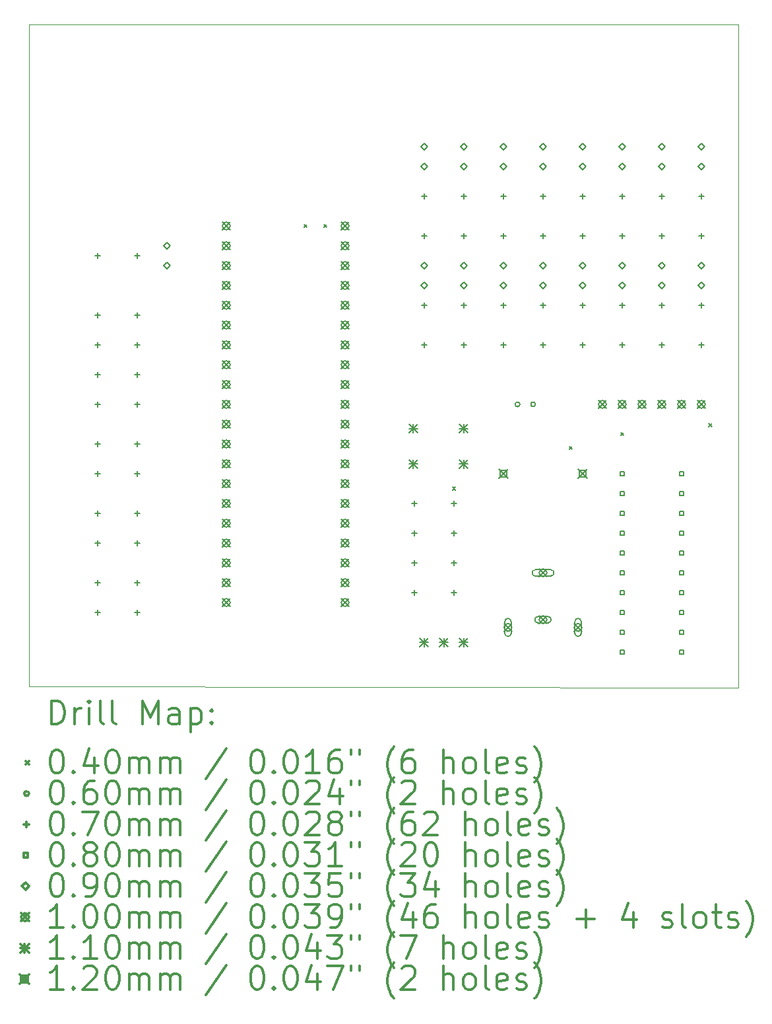
<source format=gbr>
%FSLAX45Y45*%
G04 Gerber Fmt 4.5, Leading zero omitted, Abs format (unit mm)*
G04 Created by KiCad (PCBNEW (5.1.6)-1) date 2021-01-18 21:57:29*
%MOMM*%
%LPD*%
G01*
G04 APERTURE LIST*
%TA.AperFunction,Profile*%
%ADD10C,0.050000*%
%TD*%
%ADD11C,0.200000*%
%ADD12C,0.300000*%
G04 APERTURE END LIST*
D10*
X16565000Y-5245000D02*
X18910000Y-5245000D01*
X9810000Y-5245000D02*
X9810000Y-6229800D01*
X16565000Y-5245000D02*
X9810000Y-5245000D01*
X18910000Y-5745000D02*
X18910000Y-5245000D01*
X18910000Y-5745000D02*
X18910000Y-13745000D01*
X9810000Y-6229800D02*
X9810000Y-13730000D01*
X9810000Y-13730000D02*
X18910000Y-13745000D01*
D11*
X13336000Y-7810000D02*
X13376000Y-7850000D01*
X13376000Y-7810000D02*
X13336000Y-7850000D01*
X13590000Y-7810000D02*
X13630000Y-7850000D01*
X13630000Y-7810000D02*
X13590000Y-7850000D01*
X15241000Y-11175359D02*
X15281000Y-11215359D01*
X15281000Y-11175359D02*
X15241000Y-11215359D01*
X16739600Y-10654800D02*
X16779600Y-10694800D01*
X16779600Y-10654800D02*
X16739600Y-10694800D01*
X17400000Y-10477000D02*
X17440000Y-10517000D01*
X17440000Y-10477000D02*
X17400000Y-10517000D01*
X18533500Y-10359500D02*
X18573500Y-10399500D01*
X18573500Y-10359500D02*
X18533500Y-10399500D01*
X16107000Y-10116000D02*
G75*
G03*
X16107000Y-10116000I-30000J0D01*
G01*
X16307000Y-10116000D02*
G75*
G03*
X16307000Y-10116000I-30000J0D01*
G01*
X14753000Y-11732000D02*
X14753000Y-11802000D01*
X14718000Y-11767000D02*
X14788000Y-11767000D01*
X15261000Y-11732000D02*
X15261000Y-11802000D01*
X15226000Y-11767000D02*
X15296000Y-11767000D01*
X10689000Y-10081000D02*
X10689000Y-10151000D01*
X10654000Y-10116000D02*
X10724000Y-10116000D01*
X11197000Y-10081000D02*
X11197000Y-10151000D01*
X11162000Y-10116000D02*
X11232000Y-10116000D01*
X10689000Y-8938000D02*
X10689000Y-9008000D01*
X10654000Y-8973000D02*
X10724000Y-8973000D01*
X11197000Y-8938000D02*
X11197000Y-9008000D01*
X11162000Y-8973000D02*
X11232000Y-8973000D01*
X18436000Y-8811000D02*
X18436000Y-8881000D01*
X18401000Y-8846000D02*
X18471000Y-8846000D01*
X18436000Y-9319000D02*
X18436000Y-9389000D01*
X18401000Y-9354000D02*
X18471000Y-9354000D01*
X18436000Y-7414000D02*
X18436000Y-7484000D01*
X18401000Y-7449000D02*
X18471000Y-7449000D01*
X18436000Y-7922000D02*
X18436000Y-7992000D01*
X18401000Y-7957000D02*
X18471000Y-7957000D01*
X14753000Y-12113000D02*
X14753000Y-12183000D01*
X14718000Y-12148000D02*
X14788000Y-12148000D01*
X15261000Y-12113000D02*
X15261000Y-12183000D01*
X15226000Y-12148000D02*
X15296000Y-12148000D01*
X10689000Y-9319000D02*
X10689000Y-9389000D01*
X10654000Y-9354000D02*
X10724000Y-9354000D01*
X11197000Y-9319000D02*
X11197000Y-9389000D01*
X11162000Y-9354000D02*
X11232000Y-9354000D01*
X10689000Y-10589000D02*
X10689000Y-10659000D01*
X10654000Y-10624000D02*
X10724000Y-10624000D01*
X11197000Y-10589000D02*
X11197000Y-10659000D01*
X11162000Y-10624000D02*
X11232000Y-10624000D01*
X16404000Y-8811000D02*
X16404000Y-8881000D01*
X16369000Y-8846000D02*
X16439000Y-8846000D01*
X16404000Y-9319000D02*
X16404000Y-9389000D01*
X16369000Y-9354000D02*
X16439000Y-9354000D01*
X10689000Y-9700000D02*
X10689000Y-9770000D01*
X10654000Y-9735000D02*
X10724000Y-9735000D01*
X11197000Y-9700000D02*
X11197000Y-9770000D01*
X11162000Y-9735000D02*
X11232000Y-9735000D01*
X14753000Y-12494000D02*
X14753000Y-12564000D01*
X14718000Y-12529000D02*
X14788000Y-12529000D01*
X15261000Y-12494000D02*
X15261000Y-12564000D01*
X15226000Y-12529000D02*
X15296000Y-12529000D01*
X16912000Y-8811000D02*
X16912000Y-8881000D01*
X16877000Y-8846000D02*
X16947000Y-8846000D01*
X16912000Y-9319000D02*
X16912000Y-9389000D01*
X16877000Y-9354000D02*
X16947000Y-9354000D01*
X14880000Y-7414000D02*
X14880000Y-7484000D01*
X14845000Y-7449000D02*
X14915000Y-7449000D01*
X14880000Y-7922000D02*
X14880000Y-7992000D01*
X14845000Y-7957000D02*
X14915000Y-7957000D01*
X10689000Y-8176000D02*
X10689000Y-8246000D01*
X10654000Y-8211000D02*
X10724000Y-8211000D01*
X11197000Y-8176000D02*
X11197000Y-8246000D01*
X11162000Y-8211000D02*
X11232000Y-8211000D01*
X15896000Y-7414000D02*
X15896000Y-7484000D01*
X15861000Y-7449000D02*
X15931000Y-7449000D01*
X15896000Y-7922000D02*
X15896000Y-7992000D01*
X15861000Y-7957000D02*
X15931000Y-7957000D01*
X10689000Y-11859000D02*
X10689000Y-11929000D01*
X10654000Y-11894000D02*
X10724000Y-11894000D01*
X11197000Y-11859000D02*
X11197000Y-11929000D01*
X11162000Y-11894000D02*
X11232000Y-11894000D01*
X16912000Y-7414000D02*
X16912000Y-7484000D01*
X16877000Y-7449000D02*
X16947000Y-7449000D01*
X16912000Y-7922000D02*
X16912000Y-7992000D01*
X16877000Y-7957000D02*
X16947000Y-7957000D01*
X10689000Y-10970000D02*
X10689000Y-11040000D01*
X10654000Y-11005000D02*
X10724000Y-11005000D01*
X11197000Y-10970000D02*
X11197000Y-11040000D01*
X11162000Y-11005000D02*
X11232000Y-11005000D01*
X15388000Y-8811000D02*
X15388000Y-8881000D01*
X15353000Y-8846000D02*
X15423000Y-8846000D01*
X15388000Y-9319000D02*
X15388000Y-9389000D01*
X15353000Y-9354000D02*
X15423000Y-9354000D01*
X15388000Y-7414000D02*
X15388000Y-7484000D01*
X15353000Y-7449000D02*
X15423000Y-7449000D01*
X15388000Y-7922000D02*
X15388000Y-7992000D01*
X15353000Y-7957000D02*
X15423000Y-7957000D01*
X17420000Y-7414000D02*
X17420000Y-7484000D01*
X17385000Y-7449000D02*
X17455000Y-7449000D01*
X17420000Y-7922000D02*
X17420000Y-7992000D01*
X17385000Y-7957000D02*
X17455000Y-7957000D01*
X14753000Y-11351000D02*
X14753000Y-11421000D01*
X14718000Y-11386000D02*
X14788000Y-11386000D01*
X15261000Y-11351000D02*
X15261000Y-11421000D01*
X15226000Y-11386000D02*
X15296000Y-11386000D01*
X10689000Y-11478000D02*
X10689000Y-11548000D01*
X10654000Y-11513000D02*
X10724000Y-11513000D01*
X11197000Y-11478000D02*
X11197000Y-11548000D01*
X11162000Y-11513000D02*
X11232000Y-11513000D01*
X17928000Y-7414000D02*
X17928000Y-7484000D01*
X17893000Y-7449000D02*
X17963000Y-7449000D01*
X17928000Y-7922000D02*
X17928000Y-7992000D01*
X17893000Y-7957000D02*
X17963000Y-7957000D01*
X17420000Y-8811000D02*
X17420000Y-8881000D01*
X17385000Y-8846000D02*
X17455000Y-8846000D01*
X17420000Y-9319000D02*
X17420000Y-9389000D01*
X17385000Y-9354000D02*
X17455000Y-9354000D01*
X16404000Y-7414000D02*
X16404000Y-7484000D01*
X16369000Y-7449000D02*
X16439000Y-7449000D01*
X16404000Y-7922000D02*
X16404000Y-7992000D01*
X16369000Y-7957000D02*
X16439000Y-7957000D01*
X10689000Y-12748000D02*
X10689000Y-12818000D01*
X10654000Y-12783000D02*
X10724000Y-12783000D01*
X11197000Y-12748000D02*
X11197000Y-12818000D01*
X11162000Y-12783000D02*
X11232000Y-12783000D01*
X14880000Y-8811000D02*
X14880000Y-8881000D01*
X14845000Y-8846000D02*
X14915000Y-8846000D01*
X14880000Y-9319000D02*
X14880000Y-9389000D01*
X14845000Y-9354000D02*
X14915000Y-9354000D01*
X15896000Y-8811000D02*
X15896000Y-8881000D01*
X15861000Y-8846000D02*
X15931000Y-8846000D01*
X15896000Y-9319000D02*
X15896000Y-9389000D01*
X15861000Y-9354000D02*
X15931000Y-9354000D01*
X17928000Y-8811000D02*
X17928000Y-8881000D01*
X17893000Y-8846000D02*
X17963000Y-8846000D01*
X17928000Y-9319000D02*
X17928000Y-9389000D01*
X17893000Y-9354000D02*
X17963000Y-9354000D01*
X10689000Y-12367000D02*
X10689000Y-12437000D01*
X10654000Y-12402000D02*
X10724000Y-12402000D01*
X11197000Y-12367000D02*
X11197000Y-12437000D01*
X11162000Y-12402000D02*
X11232000Y-12402000D01*
X17448285Y-11033285D02*
X17448285Y-10976716D01*
X17391716Y-10976716D01*
X17391716Y-11033285D01*
X17448285Y-11033285D01*
X17448285Y-11287284D02*
X17448285Y-11230715D01*
X17391716Y-11230715D01*
X17391716Y-11287284D01*
X17448285Y-11287284D01*
X17448285Y-11541284D02*
X17448285Y-11484715D01*
X17391716Y-11484715D01*
X17391716Y-11541284D01*
X17448285Y-11541284D01*
X17448285Y-11795284D02*
X17448285Y-11738715D01*
X17391716Y-11738715D01*
X17391716Y-11795284D01*
X17448285Y-11795284D01*
X17448285Y-12049284D02*
X17448285Y-11992715D01*
X17391716Y-11992715D01*
X17391716Y-12049284D01*
X17448285Y-12049284D01*
X17448285Y-12303284D02*
X17448285Y-12246715D01*
X17391716Y-12246715D01*
X17391716Y-12303284D01*
X17448285Y-12303284D01*
X17448285Y-12557284D02*
X17448285Y-12500715D01*
X17391716Y-12500715D01*
X17391716Y-12557284D01*
X17448285Y-12557284D01*
X17448285Y-12811284D02*
X17448285Y-12754715D01*
X17391716Y-12754715D01*
X17391716Y-12811284D01*
X17448285Y-12811284D01*
X17448285Y-13065284D02*
X17448285Y-13008715D01*
X17391716Y-13008715D01*
X17391716Y-13065284D01*
X17448285Y-13065284D01*
X17448285Y-13319284D02*
X17448285Y-13262715D01*
X17391716Y-13262715D01*
X17391716Y-13319284D01*
X17448285Y-13319284D01*
X18210285Y-11033285D02*
X18210285Y-10976716D01*
X18153716Y-10976716D01*
X18153716Y-11033285D01*
X18210285Y-11033285D01*
X18210285Y-11287284D02*
X18210285Y-11230715D01*
X18153716Y-11230715D01*
X18153716Y-11287284D01*
X18210285Y-11287284D01*
X18210285Y-11541284D02*
X18210285Y-11484715D01*
X18153716Y-11484715D01*
X18153716Y-11541284D01*
X18210285Y-11541284D01*
X18210285Y-11795284D02*
X18210285Y-11738715D01*
X18153716Y-11738715D01*
X18153716Y-11795284D01*
X18210285Y-11795284D01*
X18210285Y-12049284D02*
X18210285Y-11992715D01*
X18153716Y-11992715D01*
X18153716Y-12049284D01*
X18210285Y-12049284D01*
X18210285Y-12303284D02*
X18210285Y-12246715D01*
X18153716Y-12246715D01*
X18153716Y-12303284D01*
X18210285Y-12303284D01*
X18210285Y-12557284D02*
X18210285Y-12500715D01*
X18153716Y-12500715D01*
X18153716Y-12557284D01*
X18210285Y-12557284D01*
X18210285Y-12811284D02*
X18210285Y-12754715D01*
X18153716Y-12754715D01*
X18153716Y-12811284D01*
X18210285Y-12811284D01*
X18210285Y-13065284D02*
X18210285Y-13008715D01*
X18153716Y-13008715D01*
X18153716Y-13065284D01*
X18210285Y-13065284D01*
X18210285Y-13319284D02*
X18210285Y-13262715D01*
X18153716Y-13262715D01*
X18153716Y-13319284D01*
X18210285Y-13319284D01*
X11578000Y-8129000D02*
X11623000Y-8084000D01*
X11578000Y-8039000D01*
X11533000Y-8084000D01*
X11578000Y-8129000D01*
X11578000Y-8383000D02*
X11623000Y-8338000D01*
X11578000Y-8293000D01*
X11533000Y-8338000D01*
X11578000Y-8383000D01*
X17420000Y-6859000D02*
X17465000Y-6814000D01*
X17420000Y-6769000D01*
X17375000Y-6814000D01*
X17420000Y-6859000D01*
X17420000Y-7113000D02*
X17465000Y-7068000D01*
X17420000Y-7023000D01*
X17375000Y-7068000D01*
X17420000Y-7113000D01*
X18436000Y-8383000D02*
X18481000Y-8338000D01*
X18436000Y-8293000D01*
X18391000Y-8338000D01*
X18436000Y-8383000D01*
X18436000Y-8637000D02*
X18481000Y-8592000D01*
X18436000Y-8547000D01*
X18391000Y-8592000D01*
X18436000Y-8637000D01*
X17928000Y-8383000D02*
X17973000Y-8338000D01*
X17928000Y-8293000D01*
X17883000Y-8338000D01*
X17928000Y-8383000D01*
X17928000Y-8637000D02*
X17973000Y-8592000D01*
X17928000Y-8547000D01*
X17883000Y-8592000D01*
X17928000Y-8637000D01*
X15388000Y-6859000D02*
X15433000Y-6814000D01*
X15388000Y-6769000D01*
X15343000Y-6814000D01*
X15388000Y-6859000D01*
X15388000Y-7113000D02*
X15433000Y-7068000D01*
X15388000Y-7023000D01*
X15343000Y-7068000D01*
X15388000Y-7113000D01*
X16912000Y-8383000D02*
X16957000Y-8338000D01*
X16912000Y-8293000D01*
X16867000Y-8338000D01*
X16912000Y-8383000D01*
X16912000Y-8637000D02*
X16957000Y-8592000D01*
X16912000Y-8547000D01*
X16867000Y-8592000D01*
X16912000Y-8637000D01*
X17420000Y-8383000D02*
X17465000Y-8338000D01*
X17420000Y-8293000D01*
X17375000Y-8338000D01*
X17420000Y-8383000D01*
X17420000Y-8637000D02*
X17465000Y-8592000D01*
X17420000Y-8547000D01*
X17375000Y-8592000D01*
X17420000Y-8637000D01*
X15896000Y-8383000D02*
X15941000Y-8338000D01*
X15896000Y-8293000D01*
X15851000Y-8338000D01*
X15896000Y-8383000D01*
X15896000Y-8637000D02*
X15941000Y-8592000D01*
X15896000Y-8547000D01*
X15851000Y-8592000D01*
X15896000Y-8637000D01*
X16404000Y-6859000D02*
X16449000Y-6814000D01*
X16404000Y-6769000D01*
X16359000Y-6814000D01*
X16404000Y-6859000D01*
X16404000Y-7113000D02*
X16449000Y-7068000D01*
X16404000Y-7023000D01*
X16359000Y-7068000D01*
X16404000Y-7113000D01*
X15388000Y-8383000D02*
X15433000Y-8338000D01*
X15388000Y-8293000D01*
X15343000Y-8338000D01*
X15388000Y-8383000D01*
X15388000Y-8637000D02*
X15433000Y-8592000D01*
X15388000Y-8547000D01*
X15343000Y-8592000D01*
X15388000Y-8637000D01*
X14880000Y-8383000D02*
X14925000Y-8338000D01*
X14880000Y-8293000D01*
X14835000Y-8338000D01*
X14880000Y-8383000D01*
X14880000Y-8637000D02*
X14925000Y-8592000D01*
X14880000Y-8547000D01*
X14835000Y-8592000D01*
X14880000Y-8637000D01*
X17928000Y-6859000D02*
X17973000Y-6814000D01*
X17928000Y-6769000D01*
X17883000Y-6814000D01*
X17928000Y-6859000D01*
X17928000Y-7113000D02*
X17973000Y-7068000D01*
X17928000Y-7023000D01*
X17883000Y-7068000D01*
X17928000Y-7113000D01*
X15896000Y-6859000D02*
X15941000Y-6814000D01*
X15896000Y-6769000D01*
X15851000Y-6814000D01*
X15896000Y-6859000D01*
X15896000Y-7113000D02*
X15941000Y-7068000D01*
X15896000Y-7023000D01*
X15851000Y-7068000D01*
X15896000Y-7113000D01*
X16912000Y-6859000D02*
X16957000Y-6814000D01*
X16912000Y-6769000D01*
X16867000Y-6814000D01*
X16912000Y-6859000D01*
X16912000Y-7113000D02*
X16957000Y-7068000D01*
X16912000Y-7023000D01*
X16867000Y-7068000D01*
X16912000Y-7113000D01*
X16404000Y-8383000D02*
X16449000Y-8338000D01*
X16404000Y-8293000D01*
X16359000Y-8338000D01*
X16404000Y-8383000D01*
X16404000Y-8637000D02*
X16449000Y-8592000D01*
X16404000Y-8547000D01*
X16359000Y-8592000D01*
X16404000Y-8637000D01*
X18436000Y-6859000D02*
X18481000Y-6814000D01*
X18436000Y-6769000D01*
X18391000Y-6814000D01*
X18436000Y-6859000D01*
X18436000Y-7113000D02*
X18481000Y-7068000D01*
X18436000Y-7023000D01*
X18391000Y-7068000D01*
X18436000Y-7113000D01*
X14880000Y-6859000D02*
X14925000Y-6814000D01*
X14880000Y-6769000D01*
X14835000Y-6814000D01*
X14880000Y-6859000D01*
X14880000Y-7113000D02*
X14925000Y-7068000D01*
X14880000Y-7023000D01*
X14835000Y-7068000D01*
X14880000Y-7113000D01*
X15904000Y-12925000D02*
X16004000Y-13025000D01*
X16004000Y-12925000D02*
X15904000Y-13025000D01*
X16004000Y-12975000D02*
G75*
G03*
X16004000Y-12975000I-50000J0D01*
G01*
X15914000Y-12900000D02*
X15914000Y-13050000D01*
X15994000Y-12900000D02*
X15994000Y-13050000D01*
X15914000Y-13050000D02*
G75*
G03*
X15994000Y-13050000I40000J0D01*
G01*
X15994000Y-12900000D02*
G75*
G03*
X15914000Y-12900000I-40000J0D01*
G01*
X16354000Y-12225000D02*
X16454000Y-12325000D01*
X16454000Y-12225000D02*
X16354000Y-12325000D01*
X16454000Y-12275000D02*
G75*
G03*
X16454000Y-12275000I-50000J0D01*
G01*
X16304000Y-12315000D02*
X16504000Y-12315000D01*
X16304000Y-12235000D02*
X16504000Y-12235000D01*
X16504000Y-12315000D02*
G75*
G03*
X16504000Y-12235000I0J40000D01*
G01*
X16304000Y-12235000D02*
G75*
G03*
X16304000Y-12315000I0J-40000D01*
G01*
X16354000Y-12825000D02*
X16454000Y-12925000D01*
X16454000Y-12825000D02*
X16354000Y-12925000D01*
X16454000Y-12875000D02*
G75*
G03*
X16454000Y-12875000I-50000J0D01*
G01*
X16339000Y-12915000D02*
X16469000Y-12915000D01*
X16339000Y-12835000D02*
X16469000Y-12835000D01*
X16469000Y-12915000D02*
G75*
G03*
X16469000Y-12835000I0J40000D01*
G01*
X16339000Y-12835000D02*
G75*
G03*
X16339000Y-12915000I0J-40000D01*
G01*
X16804000Y-12925000D02*
X16904000Y-13025000D01*
X16904000Y-12925000D02*
X16804000Y-13025000D01*
X16904000Y-12975000D02*
G75*
G03*
X16904000Y-12975000I-50000J0D01*
G01*
X16814000Y-12900000D02*
X16814000Y-13050000D01*
X16894000Y-12900000D02*
X16894000Y-13050000D01*
X16814000Y-13050000D02*
G75*
G03*
X16894000Y-13050000I40000J0D01*
G01*
X16894000Y-12900000D02*
G75*
G03*
X16814000Y-12900000I-40000J0D01*
G01*
X12290000Y-7780000D02*
X12390000Y-7880000D01*
X12390000Y-7780000D02*
X12290000Y-7880000D01*
X12390000Y-7830000D02*
G75*
G03*
X12390000Y-7830000I-50000J0D01*
G01*
X12290000Y-8034000D02*
X12390000Y-8134000D01*
X12390000Y-8034000D02*
X12290000Y-8134000D01*
X12390000Y-8084000D02*
G75*
G03*
X12390000Y-8084000I-50000J0D01*
G01*
X12290000Y-8288000D02*
X12390000Y-8388000D01*
X12390000Y-8288000D02*
X12290000Y-8388000D01*
X12390000Y-8338000D02*
G75*
G03*
X12390000Y-8338000I-50000J0D01*
G01*
X12290000Y-8542000D02*
X12390000Y-8642000D01*
X12390000Y-8542000D02*
X12290000Y-8642000D01*
X12390000Y-8592000D02*
G75*
G03*
X12390000Y-8592000I-50000J0D01*
G01*
X12290000Y-8796000D02*
X12390000Y-8896000D01*
X12390000Y-8796000D02*
X12290000Y-8896000D01*
X12390000Y-8846000D02*
G75*
G03*
X12390000Y-8846000I-50000J0D01*
G01*
X12290000Y-9050000D02*
X12390000Y-9150000D01*
X12390000Y-9050000D02*
X12290000Y-9150000D01*
X12390000Y-9100000D02*
G75*
G03*
X12390000Y-9100000I-50000J0D01*
G01*
X12290000Y-9304000D02*
X12390000Y-9404000D01*
X12390000Y-9304000D02*
X12290000Y-9404000D01*
X12390000Y-9354000D02*
G75*
G03*
X12390000Y-9354000I-50000J0D01*
G01*
X12290000Y-9558000D02*
X12390000Y-9658000D01*
X12390000Y-9558000D02*
X12290000Y-9658000D01*
X12390000Y-9608000D02*
G75*
G03*
X12390000Y-9608000I-50000J0D01*
G01*
X12290000Y-9812000D02*
X12390000Y-9912000D01*
X12390000Y-9812000D02*
X12290000Y-9912000D01*
X12390000Y-9862000D02*
G75*
G03*
X12390000Y-9862000I-50000J0D01*
G01*
X12290000Y-10066000D02*
X12390000Y-10166000D01*
X12390000Y-10066000D02*
X12290000Y-10166000D01*
X12390000Y-10116000D02*
G75*
G03*
X12390000Y-10116000I-50000J0D01*
G01*
X12290000Y-10320000D02*
X12390000Y-10420000D01*
X12390000Y-10320000D02*
X12290000Y-10420000D01*
X12390000Y-10370000D02*
G75*
G03*
X12390000Y-10370000I-50000J0D01*
G01*
X12290000Y-10574000D02*
X12390000Y-10674000D01*
X12390000Y-10574000D02*
X12290000Y-10674000D01*
X12390000Y-10624000D02*
G75*
G03*
X12390000Y-10624000I-50000J0D01*
G01*
X12290000Y-10828000D02*
X12390000Y-10928000D01*
X12390000Y-10828000D02*
X12290000Y-10928000D01*
X12390000Y-10878000D02*
G75*
G03*
X12390000Y-10878000I-50000J0D01*
G01*
X12290000Y-11082000D02*
X12390000Y-11182000D01*
X12390000Y-11082000D02*
X12290000Y-11182000D01*
X12390000Y-11132000D02*
G75*
G03*
X12390000Y-11132000I-50000J0D01*
G01*
X12290000Y-11336000D02*
X12390000Y-11436000D01*
X12390000Y-11336000D02*
X12290000Y-11436000D01*
X12390000Y-11386000D02*
G75*
G03*
X12390000Y-11386000I-50000J0D01*
G01*
X12290000Y-11590000D02*
X12390000Y-11690000D01*
X12390000Y-11590000D02*
X12290000Y-11690000D01*
X12390000Y-11640000D02*
G75*
G03*
X12390000Y-11640000I-50000J0D01*
G01*
X12290000Y-11844000D02*
X12390000Y-11944000D01*
X12390000Y-11844000D02*
X12290000Y-11944000D01*
X12390000Y-11894000D02*
G75*
G03*
X12390000Y-11894000I-50000J0D01*
G01*
X12290000Y-12098000D02*
X12390000Y-12198000D01*
X12390000Y-12098000D02*
X12290000Y-12198000D01*
X12390000Y-12148000D02*
G75*
G03*
X12390000Y-12148000I-50000J0D01*
G01*
X12290000Y-12352000D02*
X12390000Y-12452000D01*
X12390000Y-12352000D02*
X12290000Y-12452000D01*
X12390000Y-12402000D02*
G75*
G03*
X12390000Y-12402000I-50000J0D01*
G01*
X12290000Y-12606000D02*
X12390000Y-12706000D01*
X12390000Y-12606000D02*
X12290000Y-12706000D01*
X12390000Y-12656000D02*
G75*
G03*
X12390000Y-12656000I-50000J0D01*
G01*
X13814000Y-7780000D02*
X13914000Y-7880000D01*
X13914000Y-7780000D02*
X13814000Y-7880000D01*
X13914000Y-7830000D02*
G75*
G03*
X13914000Y-7830000I-50000J0D01*
G01*
X13814000Y-8034000D02*
X13914000Y-8134000D01*
X13914000Y-8034000D02*
X13814000Y-8134000D01*
X13914000Y-8084000D02*
G75*
G03*
X13914000Y-8084000I-50000J0D01*
G01*
X13814000Y-8288000D02*
X13914000Y-8388000D01*
X13914000Y-8288000D02*
X13814000Y-8388000D01*
X13914000Y-8338000D02*
G75*
G03*
X13914000Y-8338000I-50000J0D01*
G01*
X13814000Y-8542000D02*
X13914000Y-8642000D01*
X13914000Y-8542000D02*
X13814000Y-8642000D01*
X13914000Y-8592000D02*
G75*
G03*
X13914000Y-8592000I-50000J0D01*
G01*
X13814000Y-8796000D02*
X13914000Y-8896000D01*
X13914000Y-8796000D02*
X13814000Y-8896000D01*
X13914000Y-8846000D02*
G75*
G03*
X13914000Y-8846000I-50000J0D01*
G01*
X13814000Y-9050000D02*
X13914000Y-9150000D01*
X13914000Y-9050000D02*
X13814000Y-9150000D01*
X13914000Y-9100000D02*
G75*
G03*
X13914000Y-9100000I-50000J0D01*
G01*
X13814000Y-9304000D02*
X13914000Y-9404000D01*
X13914000Y-9304000D02*
X13814000Y-9404000D01*
X13914000Y-9354000D02*
G75*
G03*
X13914000Y-9354000I-50000J0D01*
G01*
X13814000Y-9558000D02*
X13914000Y-9658000D01*
X13914000Y-9558000D02*
X13814000Y-9658000D01*
X13914000Y-9608000D02*
G75*
G03*
X13914000Y-9608000I-50000J0D01*
G01*
X13814000Y-9812000D02*
X13914000Y-9912000D01*
X13914000Y-9812000D02*
X13814000Y-9912000D01*
X13914000Y-9862000D02*
G75*
G03*
X13914000Y-9862000I-50000J0D01*
G01*
X13814000Y-10066000D02*
X13914000Y-10166000D01*
X13914000Y-10066000D02*
X13814000Y-10166000D01*
X13914000Y-10116000D02*
G75*
G03*
X13914000Y-10116000I-50000J0D01*
G01*
X13814000Y-10320000D02*
X13914000Y-10420000D01*
X13914000Y-10320000D02*
X13814000Y-10420000D01*
X13914000Y-10370000D02*
G75*
G03*
X13914000Y-10370000I-50000J0D01*
G01*
X13814000Y-10574000D02*
X13914000Y-10674000D01*
X13914000Y-10574000D02*
X13814000Y-10674000D01*
X13914000Y-10624000D02*
G75*
G03*
X13914000Y-10624000I-50000J0D01*
G01*
X13814000Y-10828000D02*
X13914000Y-10928000D01*
X13914000Y-10828000D02*
X13814000Y-10928000D01*
X13914000Y-10878000D02*
G75*
G03*
X13914000Y-10878000I-50000J0D01*
G01*
X13814000Y-11082000D02*
X13914000Y-11182000D01*
X13914000Y-11082000D02*
X13814000Y-11182000D01*
X13914000Y-11132000D02*
G75*
G03*
X13914000Y-11132000I-50000J0D01*
G01*
X13814000Y-11336000D02*
X13914000Y-11436000D01*
X13914000Y-11336000D02*
X13814000Y-11436000D01*
X13914000Y-11386000D02*
G75*
G03*
X13914000Y-11386000I-50000J0D01*
G01*
X13814000Y-11590000D02*
X13914000Y-11690000D01*
X13914000Y-11590000D02*
X13814000Y-11690000D01*
X13914000Y-11640000D02*
G75*
G03*
X13914000Y-11640000I-50000J0D01*
G01*
X13814000Y-11844000D02*
X13914000Y-11944000D01*
X13914000Y-11844000D02*
X13814000Y-11944000D01*
X13914000Y-11894000D02*
G75*
G03*
X13914000Y-11894000I-50000J0D01*
G01*
X13814000Y-12098000D02*
X13914000Y-12198000D01*
X13914000Y-12098000D02*
X13814000Y-12198000D01*
X13914000Y-12148000D02*
G75*
G03*
X13914000Y-12148000I-50000J0D01*
G01*
X13814000Y-12352000D02*
X13914000Y-12452000D01*
X13914000Y-12352000D02*
X13814000Y-12452000D01*
X13914000Y-12402000D02*
G75*
G03*
X13914000Y-12402000I-50000J0D01*
G01*
X13814000Y-12606000D02*
X13914000Y-12706000D01*
X13914000Y-12606000D02*
X13814000Y-12706000D01*
X13914000Y-12656000D02*
G75*
G03*
X13914000Y-12656000I-50000J0D01*
G01*
X17116000Y-10066000D02*
X17216000Y-10166000D01*
X17216000Y-10066000D02*
X17116000Y-10166000D01*
X17216000Y-10116000D02*
G75*
G03*
X17216000Y-10116000I-50000J0D01*
G01*
X17370000Y-10066000D02*
X17470000Y-10166000D01*
X17470000Y-10066000D02*
X17370000Y-10166000D01*
X17470000Y-10116000D02*
G75*
G03*
X17470000Y-10116000I-50000J0D01*
G01*
X17624000Y-10066000D02*
X17724000Y-10166000D01*
X17724000Y-10066000D02*
X17624000Y-10166000D01*
X17724000Y-10116000D02*
G75*
G03*
X17724000Y-10116000I-50000J0D01*
G01*
X17878000Y-10066000D02*
X17978000Y-10166000D01*
X17978000Y-10066000D02*
X17878000Y-10166000D01*
X17978000Y-10116000D02*
G75*
G03*
X17978000Y-10116000I-50000J0D01*
G01*
X18132000Y-10066000D02*
X18232000Y-10166000D01*
X18232000Y-10066000D02*
X18132000Y-10166000D01*
X18232000Y-10116000D02*
G75*
G03*
X18232000Y-10116000I-50000J0D01*
G01*
X18386000Y-10066000D02*
X18486000Y-10166000D01*
X18486000Y-10066000D02*
X18386000Y-10166000D01*
X18486000Y-10116000D02*
G75*
G03*
X18486000Y-10116000I-50000J0D01*
G01*
X14825000Y-13109000D02*
X14935000Y-13219000D01*
X14935000Y-13109000D02*
X14825000Y-13219000D01*
X14880000Y-13109000D02*
X14880000Y-13219000D01*
X14825000Y-13164000D02*
X14935000Y-13164000D01*
X15079000Y-13109000D02*
X15189000Y-13219000D01*
X15189000Y-13109000D02*
X15079000Y-13219000D01*
X15134000Y-13109000D02*
X15134000Y-13219000D01*
X15079000Y-13164000D02*
X15189000Y-13164000D01*
X15333000Y-13109000D02*
X15443000Y-13219000D01*
X15443000Y-13109000D02*
X15333000Y-13219000D01*
X15388000Y-13109000D02*
X15388000Y-13219000D01*
X15333000Y-13164000D02*
X15443000Y-13164000D01*
X14683000Y-10373000D02*
X14793000Y-10483000D01*
X14793000Y-10373000D02*
X14683000Y-10483000D01*
X14738000Y-10373000D02*
X14738000Y-10483000D01*
X14683000Y-10428000D02*
X14793000Y-10428000D01*
X14683000Y-10823000D02*
X14793000Y-10933000D01*
X14793000Y-10823000D02*
X14683000Y-10933000D01*
X14738000Y-10823000D02*
X14738000Y-10933000D01*
X14683000Y-10878000D02*
X14793000Y-10878000D01*
X15333000Y-10373000D02*
X15443000Y-10483000D01*
X15443000Y-10373000D02*
X15333000Y-10483000D01*
X15388000Y-10373000D02*
X15388000Y-10483000D01*
X15333000Y-10428000D02*
X15443000Y-10428000D01*
X15333000Y-10823000D02*
X15443000Y-10933000D01*
X15443000Y-10823000D02*
X15333000Y-10933000D01*
X15388000Y-10823000D02*
X15388000Y-10933000D01*
X15333000Y-10878000D02*
X15443000Y-10878000D01*
X15836000Y-10945000D02*
X15956000Y-11065000D01*
X15956000Y-10945000D02*
X15836000Y-11065000D01*
X15938427Y-11047427D02*
X15938427Y-10962573D01*
X15853573Y-10962573D01*
X15853573Y-11047427D01*
X15938427Y-11047427D01*
X16852000Y-10945000D02*
X16972000Y-11065000D01*
X16972000Y-10945000D02*
X16852000Y-11065000D01*
X16954427Y-11047427D02*
X16954427Y-10962573D01*
X16869573Y-10962573D01*
X16869573Y-11047427D01*
X16954427Y-11047427D01*
D12*
X10093928Y-14213214D02*
X10093928Y-13913214D01*
X10165357Y-13913214D01*
X10208214Y-13927500D01*
X10236786Y-13956071D01*
X10251071Y-13984643D01*
X10265357Y-14041786D01*
X10265357Y-14084643D01*
X10251071Y-14141786D01*
X10236786Y-14170357D01*
X10208214Y-14198929D01*
X10165357Y-14213214D01*
X10093928Y-14213214D01*
X10393928Y-14213214D02*
X10393928Y-14013214D01*
X10393928Y-14070357D02*
X10408214Y-14041786D01*
X10422500Y-14027500D01*
X10451071Y-14013214D01*
X10479643Y-14013214D01*
X10579643Y-14213214D02*
X10579643Y-14013214D01*
X10579643Y-13913214D02*
X10565357Y-13927500D01*
X10579643Y-13941786D01*
X10593928Y-13927500D01*
X10579643Y-13913214D01*
X10579643Y-13941786D01*
X10765357Y-14213214D02*
X10736786Y-14198929D01*
X10722500Y-14170357D01*
X10722500Y-13913214D01*
X10922500Y-14213214D02*
X10893928Y-14198929D01*
X10879643Y-14170357D01*
X10879643Y-13913214D01*
X11265357Y-14213214D02*
X11265357Y-13913214D01*
X11365357Y-14127500D01*
X11465357Y-13913214D01*
X11465357Y-14213214D01*
X11736786Y-14213214D02*
X11736786Y-14056071D01*
X11722500Y-14027500D01*
X11693928Y-14013214D01*
X11636786Y-14013214D01*
X11608214Y-14027500D01*
X11736786Y-14198929D02*
X11708214Y-14213214D01*
X11636786Y-14213214D01*
X11608214Y-14198929D01*
X11593928Y-14170357D01*
X11593928Y-14141786D01*
X11608214Y-14113214D01*
X11636786Y-14098929D01*
X11708214Y-14098929D01*
X11736786Y-14084643D01*
X11879643Y-14013214D02*
X11879643Y-14313214D01*
X11879643Y-14027500D02*
X11908214Y-14013214D01*
X11965357Y-14013214D01*
X11993928Y-14027500D01*
X12008214Y-14041786D01*
X12022500Y-14070357D01*
X12022500Y-14156071D01*
X12008214Y-14184643D01*
X11993928Y-14198929D01*
X11965357Y-14213214D01*
X11908214Y-14213214D01*
X11879643Y-14198929D01*
X12151071Y-14184643D02*
X12165357Y-14198929D01*
X12151071Y-14213214D01*
X12136786Y-14198929D01*
X12151071Y-14184643D01*
X12151071Y-14213214D01*
X12151071Y-14027500D02*
X12165357Y-14041786D01*
X12151071Y-14056071D01*
X12136786Y-14041786D01*
X12151071Y-14027500D01*
X12151071Y-14056071D01*
X9767500Y-14687500D02*
X9807500Y-14727500D01*
X9807500Y-14687500D02*
X9767500Y-14727500D01*
X10151071Y-14543214D02*
X10179643Y-14543214D01*
X10208214Y-14557500D01*
X10222500Y-14571786D01*
X10236786Y-14600357D01*
X10251071Y-14657500D01*
X10251071Y-14728929D01*
X10236786Y-14786071D01*
X10222500Y-14814643D01*
X10208214Y-14828929D01*
X10179643Y-14843214D01*
X10151071Y-14843214D01*
X10122500Y-14828929D01*
X10108214Y-14814643D01*
X10093928Y-14786071D01*
X10079643Y-14728929D01*
X10079643Y-14657500D01*
X10093928Y-14600357D01*
X10108214Y-14571786D01*
X10122500Y-14557500D01*
X10151071Y-14543214D01*
X10379643Y-14814643D02*
X10393928Y-14828929D01*
X10379643Y-14843214D01*
X10365357Y-14828929D01*
X10379643Y-14814643D01*
X10379643Y-14843214D01*
X10651071Y-14643214D02*
X10651071Y-14843214D01*
X10579643Y-14528929D02*
X10508214Y-14743214D01*
X10693928Y-14743214D01*
X10865357Y-14543214D02*
X10893928Y-14543214D01*
X10922500Y-14557500D01*
X10936786Y-14571786D01*
X10951071Y-14600357D01*
X10965357Y-14657500D01*
X10965357Y-14728929D01*
X10951071Y-14786071D01*
X10936786Y-14814643D01*
X10922500Y-14828929D01*
X10893928Y-14843214D01*
X10865357Y-14843214D01*
X10836786Y-14828929D01*
X10822500Y-14814643D01*
X10808214Y-14786071D01*
X10793928Y-14728929D01*
X10793928Y-14657500D01*
X10808214Y-14600357D01*
X10822500Y-14571786D01*
X10836786Y-14557500D01*
X10865357Y-14543214D01*
X11093928Y-14843214D02*
X11093928Y-14643214D01*
X11093928Y-14671786D02*
X11108214Y-14657500D01*
X11136786Y-14643214D01*
X11179643Y-14643214D01*
X11208214Y-14657500D01*
X11222500Y-14686071D01*
X11222500Y-14843214D01*
X11222500Y-14686071D02*
X11236786Y-14657500D01*
X11265357Y-14643214D01*
X11308214Y-14643214D01*
X11336786Y-14657500D01*
X11351071Y-14686071D01*
X11351071Y-14843214D01*
X11493928Y-14843214D02*
X11493928Y-14643214D01*
X11493928Y-14671786D02*
X11508214Y-14657500D01*
X11536786Y-14643214D01*
X11579643Y-14643214D01*
X11608214Y-14657500D01*
X11622500Y-14686071D01*
X11622500Y-14843214D01*
X11622500Y-14686071D02*
X11636786Y-14657500D01*
X11665357Y-14643214D01*
X11708214Y-14643214D01*
X11736786Y-14657500D01*
X11751071Y-14686071D01*
X11751071Y-14843214D01*
X12336786Y-14528929D02*
X12079643Y-14914643D01*
X12722500Y-14543214D02*
X12751071Y-14543214D01*
X12779643Y-14557500D01*
X12793928Y-14571786D01*
X12808214Y-14600357D01*
X12822500Y-14657500D01*
X12822500Y-14728929D01*
X12808214Y-14786071D01*
X12793928Y-14814643D01*
X12779643Y-14828929D01*
X12751071Y-14843214D01*
X12722500Y-14843214D01*
X12693928Y-14828929D01*
X12679643Y-14814643D01*
X12665357Y-14786071D01*
X12651071Y-14728929D01*
X12651071Y-14657500D01*
X12665357Y-14600357D01*
X12679643Y-14571786D01*
X12693928Y-14557500D01*
X12722500Y-14543214D01*
X12951071Y-14814643D02*
X12965357Y-14828929D01*
X12951071Y-14843214D01*
X12936786Y-14828929D01*
X12951071Y-14814643D01*
X12951071Y-14843214D01*
X13151071Y-14543214D02*
X13179643Y-14543214D01*
X13208214Y-14557500D01*
X13222500Y-14571786D01*
X13236786Y-14600357D01*
X13251071Y-14657500D01*
X13251071Y-14728929D01*
X13236786Y-14786071D01*
X13222500Y-14814643D01*
X13208214Y-14828929D01*
X13179643Y-14843214D01*
X13151071Y-14843214D01*
X13122500Y-14828929D01*
X13108214Y-14814643D01*
X13093928Y-14786071D01*
X13079643Y-14728929D01*
X13079643Y-14657500D01*
X13093928Y-14600357D01*
X13108214Y-14571786D01*
X13122500Y-14557500D01*
X13151071Y-14543214D01*
X13536786Y-14843214D02*
X13365357Y-14843214D01*
X13451071Y-14843214D02*
X13451071Y-14543214D01*
X13422500Y-14586071D01*
X13393928Y-14614643D01*
X13365357Y-14628929D01*
X13793928Y-14543214D02*
X13736786Y-14543214D01*
X13708214Y-14557500D01*
X13693928Y-14571786D01*
X13665357Y-14614643D01*
X13651071Y-14671786D01*
X13651071Y-14786071D01*
X13665357Y-14814643D01*
X13679643Y-14828929D01*
X13708214Y-14843214D01*
X13765357Y-14843214D01*
X13793928Y-14828929D01*
X13808214Y-14814643D01*
X13822500Y-14786071D01*
X13822500Y-14714643D01*
X13808214Y-14686071D01*
X13793928Y-14671786D01*
X13765357Y-14657500D01*
X13708214Y-14657500D01*
X13679643Y-14671786D01*
X13665357Y-14686071D01*
X13651071Y-14714643D01*
X13936786Y-14543214D02*
X13936786Y-14600357D01*
X14051071Y-14543214D02*
X14051071Y-14600357D01*
X14493928Y-14957500D02*
X14479643Y-14943214D01*
X14451071Y-14900357D01*
X14436786Y-14871786D01*
X14422500Y-14828929D01*
X14408214Y-14757500D01*
X14408214Y-14700357D01*
X14422500Y-14628929D01*
X14436786Y-14586071D01*
X14451071Y-14557500D01*
X14479643Y-14514643D01*
X14493928Y-14500357D01*
X14736786Y-14543214D02*
X14679643Y-14543214D01*
X14651071Y-14557500D01*
X14636786Y-14571786D01*
X14608214Y-14614643D01*
X14593928Y-14671786D01*
X14593928Y-14786071D01*
X14608214Y-14814643D01*
X14622500Y-14828929D01*
X14651071Y-14843214D01*
X14708214Y-14843214D01*
X14736786Y-14828929D01*
X14751071Y-14814643D01*
X14765357Y-14786071D01*
X14765357Y-14714643D01*
X14751071Y-14686071D01*
X14736786Y-14671786D01*
X14708214Y-14657500D01*
X14651071Y-14657500D01*
X14622500Y-14671786D01*
X14608214Y-14686071D01*
X14593928Y-14714643D01*
X15122500Y-14843214D02*
X15122500Y-14543214D01*
X15251071Y-14843214D02*
X15251071Y-14686071D01*
X15236786Y-14657500D01*
X15208214Y-14643214D01*
X15165357Y-14643214D01*
X15136786Y-14657500D01*
X15122500Y-14671786D01*
X15436786Y-14843214D02*
X15408214Y-14828929D01*
X15393928Y-14814643D01*
X15379643Y-14786071D01*
X15379643Y-14700357D01*
X15393928Y-14671786D01*
X15408214Y-14657500D01*
X15436786Y-14643214D01*
X15479643Y-14643214D01*
X15508214Y-14657500D01*
X15522500Y-14671786D01*
X15536786Y-14700357D01*
X15536786Y-14786071D01*
X15522500Y-14814643D01*
X15508214Y-14828929D01*
X15479643Y-14843214D01*
X15436786Y-14843214D01*
X15708214Y-14843214D02*
X15679643Y-14828929D01*
X15665357Y-14800357D01*
X15665357Y-14543214D01*
X15936786Y-14828929D02*
X15908214Y-14843214D01*
X15851071Y-14843214D01*
X15822500Y-14828929D01*
X15808214Y-14800357D01*
X15808214Y-14686071D01*
X15822500Y-14657500D01*
X15851071Y-14643214D01*
X15908214Y-14643214D01*
X15936786Y-14657500D01*
X15951071Y-14686071D01*
X15951071Y-14714643D01*
X15808214Y-14743214D01*
X16065357Y-14828929D02*
X16093928Y-14843214D01*
X16151071Y-14843214D01*
X16179643Y-14828929D01*
X16193928Y-14800357D01*
X16193928Y-14786071D01*
X16179643Y-14757500D01*
X16151071Y-14743214D01*
X16108214Y-14743214D01*
X16079643Y-14728929D01*
X16065357Y-14700357D01*
X16065357Y-14686071D01*
X16079643Y-14657500D01*
X16108214Y-14643214D01*
X16151071Y-14643214D01*
X16179643Y-14657500D01*
X16293928Y-14957500D02*
X16308214Y-14943214D01*
X16336786Y-14900357D01*
X16351071Y-14871786D01*
X16365357Y-14828929D01*
X16379643Y-14757500D01*
X16379643Y-14700357D01*
X16365357Y-14628929D01*
X16351071Y-14586071D01*
X16336786Y-14557500D01*
X16308214Y-14514643D01*
X16293928Y-14500357D01*
X9807500Y-15103500D02*
G75*
G03*
X9807500Y-15103500I-30000J0D01*
G01*
X10151071Y-14939214D02*
X10179643Y-14939214D01*
X10208214Y-14953500D01*
X10222500Y-14967786D01*
X10236786Y-14996357D01*
X10251071Y-15053500D01*
X10251071Y-15124929D01*
X10236786Y-15182071D01*
X10222500Y-15210643D01*
X10208214Y-15224929D01*
X10179643Y-15239214D01*
X10151071Y-15239214D01*
X10122500Y-15224929D01*
X10108214Y-15210643D01*
X10093928Y-15182071D01*
X10079643Y-15124929D01*
X10079643Y-15053500D01*
X10093928Y-14996357D01*
X10108214Y-14967786D01*
X10122500Y-14953500D01*
X10151071Y-14939214D01*
X10379643Y-15210643D02*
X10393928Y-15224929D01*
X10379643Y-15239214D01*
X10365357Y-15224929D01*
X10379643Y-15210643D01*
X10379643Y-15239214D01*
X10651071Y-14939214D02*
X10593928Y-14939214D01*
X10565357Y-14953500D01*
X10551071Y-14967786D01*
X10522500Y-15010643D01*
X10508214Y-15067786D01*
X10508214Y-15182071D01*
X10522500Y-15210643D01*
X10536786Y-15224929D01*
X10565357Y-15239214D01*
X10622500Y-15239214D01*
X10651071Y-15224929D01*
X10665357Y-15210643D01*
X10679643Y-15182071D01*
X10679643Y-15110643D01*
X10665357Y-15082071D01*
X10651071Y-15067786D01*
X10622500Y-15053500D01*
X10565357Y-15053500D01*
X10536786Y-15067786D01*
X10522500Y-15082071D01*
X10508214Y-15110643D01*
X10865357Y-14939214D02*
X10893928Y-14939214D01*
X10922500Y-14953500D01*
X10936786Y-14967786D01*
X10951071Y-14996357D01*
X10965357Y-15053500D01*
X10965357Y-15124929D01*
X10951071Y-15182071D01*
X10936786Y-15210643D01*
X10922500Y-15224929D01*
X10893928Y-15239214D01*
X10865357Y-15239214D01*
X10836786Y-15224929D01*
X10822500Y-15210643D01*
X10808214Y-15182071D01*
X10793928Y-15124929D01*
X10793928Y-15053500D01*
X10808214Y-14996357D01*
X10822500Y-14967786D01*
X10836786Y-14953500D01*
X10865357Y-14939214D01*
X11093928Y-15239214D02*
X11093928Y-15039214D01*
X11093928Y-15067786D02*
X11108214Y-15053500D01*
X11136786Y-15039214D01*
X11179643Y-15039214D01*
X11208214Y-15053500D01*
X11222500Y-15082071D01*
X11222500Y-15239214D01*
X11222500Y-15082071D02*
X11236786Y-15053500D01*
X11265357Y-15039214D01*
X11308214Y-15039214D01*
X11336786Y-15053500D01*
X11351071Y-15082071D01*
X11351071Y-15239214D01*
X11493928Y-15239214D02*
X11493928Y-15039214D01*
X11493928Y-15067786D02*
X11508214Y-15053500D01*
X11536786Y-15039214D01*
X11579643Y-15039214D01*
X11608214Y-15053500D01*
X11622500Y-15082071D01*
X11622500Y-15239214D01*
X11622500Y-15082071D02*
X11636786Y-15053500D01*
X11665357Y-15039214D01*
X11708214Y-15039214D01*
X11736786Y-15053500D01*
X11751071Y-15082071D01*
X11751071Y-15239214D01*
X12336786Y-14924929D02*
X12079643Y-15310643D01*
X12722500Y-14939214D02*
X12751071Y-14939214D01*
X12779643Y-14953500D01*
X12793928Y-14967786D01*
X12808214Y-14996357D01*
X12822500Y-15053500D01*
X12822500Y-15124929D01*
X12808214Y-15182071D01*
X12793928Y-15210643D01*
X12779643Y-15224929D01*
X12751071Y-15239214D01*
X12722500Y-15239214D01*
X12693928Y-15224929D01*
X12679643Y-15210643D01*
X12665357Y-15182071D01*
X12651071Y-15124929D01*
X12651071Y-15053500D01*
X12665357Y-14996357D01*
X12679643Y-14967786D01*
X12693928Y-14953500D01*
X12722500Y-14939214D01*
X12951071Y-15210643D02*
X12965357Y-15224929D01*
X12951071Y-15239214D01*
X12936786Y-15224929D01*
X12951071Y-15210643D01*
X12951071Y-15239214D01*
X13151071Y-14939214D02*
X13179643Y-14939214D01*
X13208214Y-14953500D01*
X13222500Y-14967786D01*
X13236786Y-14996357D01*
X13251071Y-15053500D01*
X13251071Y-15124929D01*
X13236786Y-15182071D01*
X13222500Y-15210643D01*
X13208214Y-15224929D01*
X13179643Y-15239214D01*
X13151071Y-15239214D01*
X13122500Y-15224929D01*
X13108214Y-15210643D01*
X13093928Y-15182071D01*
X13079643Y-15124929D01*
X13079643Y-15053500D01*
X13093928Y-14996357D01*
X13108214Y-14967786D01*
X13122500Y-14953500D01*
X13151071Y-14939214D01*
X13365357Y-14967786D02*
X13379643Y-14953500D01*
X13408214Y-14939214D01*
X13479643Y-14939214D01*
X13508214Y-14953500D01*
X13522500Y-14967786D01*
X13536786Y-14996357D01*
X13536786Y-15024929D01*
X13522500Y-15067786D01*
X13351071Y-15239214D01*
X13536786Y-15239214D01*
X13793928Y-15039214D02*
X13793928Y-15239214D01*
X13722500Y-14924929D02*
X13651071Y-15139214D01*
X13836786Y-15139214D01*
X13936786Y-14939214D02*
X13936786Y-14996357D01*
X14051071Y-14939214D02*
X14051071Y-14996357D01*
X14493928Y-15353500D02*
X14479643Y-15339214D01*
X14451071Y-15296357D01*
X14436786Y-15267786D01*
X14422500Y-15224929D01*
X14408214Y-15153500D01*
X14408214Y-15096357D01*
X14422500Y-15024929D01*
X14436786Y-14982071D01*
X14451071Y-14953500D01*
X14479643Y-14910643D01*
X14493928Y-14896357D01*
X14593928Y-14967786D02*
X14608214Y-14953500D01*
X14636786Y-14939214D01*
X14708214Y-14939214D01*
X14736786Y-14953500D01*
X14751071Y-14967786D01*
X14765357Y-14996357D01*
X14765357Y-15024929D01*
X14751071Y-15067786D01*
X14579643Y-15239214D01*
X14765357Y-15239214D01*
X15122500Y-15239214D02*
X15122500Y-14939214D01*
X15251071Y-15239214D02*
X15251071Y-15082071D01*
X15236786Y-15053500D01*
X15208214Y-15039214D01*
X15165357Y-15039214D01*
X15136786Y-15053500D01*
X15122500Y-15067786D01*
X15436786Y-15239214D02*
X15408214Y-15224929D01*
X15393928Y-15210643D01*
X15379643Y-15182071D01*
X15379643Y-15096357D01*
X15393928Y-15067786D01*
X15408214Y-15053500D01*
X15436786Y-15039214D01*
X15479643Y-15039214D01*
X15508214Y-15053500D01*
X15522500Y-15067786D01*
X15536786Y-15096357D01*
X15536786Y-15182071D01*
X15522500Y-15210643D01*
X15508214Y-15224929D01*
X15479643Y-15239214D01*
X15436786Y-15239214D01*
X15708214Y-15239214D02*
X15679643Y-15224929D01*
X15665357Y-15196357D01*
X15665357Y-14939214D01*
X15936786Y-15224929D02*
X15908214Y-15239214D01*
X15851071Y-15239214D01*
X15822500Y-15224929D01*
X15808214Y-15196357D01*
X15808214Y-15082071D01*
X15822500Y-15053500D01*
X15851071Y-15039214D01*
X15908214Y-15039214D01*
X15936786Y-15053500D01*
X15951071Y-15082071D01*
X15951071Y-15110643D01*
X15808214Y-15139214D01*
X16065357Y-15224929D02*
X16093928Y-15239214D01*
X16151071Y-15239214D01*
X16179643Y-15224929D01*
X16193928Y-15196357D01*
X16193928Y-15182071D01*
X16179643Y-15153500D01*
X16151071Y-15139214D01*
X16108214Y-15139214D01*
X16079643Y-15124929D01*
X16065357Y-15096357D01*
X16065357Y-15082071D01*
X16079643Y-15053500D01*
X16108214Y-15039214D01*
X16151071Y-15039214D01*
X16179643Y-15053500D01*
X16293928Y-15353500D02*
X16308214Y-15339214D01*
X16336786Y-15296357D01*
X16351071Y-15267786D01*
X16365357Y-15224929D01*
X16379643Y-15153500D01*
X16379643Y-15096357D01*
X16365357Y-15024929D01*
X16351071Y-14982071D01*
X16336786Y-14953500D01*
X16308214Y-14910643D01*
X16293928Y-14896357D01*
X9772500Y-15464500D02*
X9772500Y-15534500D01*
X9737500Y-15499500D02*
X9807500Y-15499500D01*
X10151071Y-15335214D02*
X10179643Y-15335214D01*
X10208214Y-15349500D01*
X10222500Y-15363786D01*
X10236786Y-15392357D01*
X10251071Y-15449500D01*
X10251071Y-15520929D01*
X10236786Y-15578071D01*
X10222500Y-15606643D01*
X10208214Y-15620929D01*
X10179643Y-15635214D01*
X10151071Y-15635214D01*
X10122500Y-15620929D01*
X10108214Y-15606643D01*
X10093928Y-15578071D01*
X10079643Y-15520929D01*
X10079643Y-15449500D01*
X10093928Y-15392357D01*
X10108214Y-15363786D01*
X10122500Y-15349500D01*
X10151071Y-15335214D01*
X10379643Y-15606643D02*
X10393928Y-15620929D01*
X10379643Y-15635214D01*
X10365357Y-15620929D01*
X10379643Y-15606643D01*
X10379643Y-15635214D01*
X10493928Y-15335214D02*
X10693928Y-15335214D01*
X10565357Y-15635214D01*
X10865357Y-15335214D02*
X10893928Y-15335214D01*
X10922500Y-15349500D01*
X10936786Y-15363786D01*
X10951071Y-15392357D01*
X10965357Y-15449500D01*
X10965357Y-15520929D01*
X10951071Y-15578071D01*
X10936786Y-15606643D01*
X10922500Y-15620929D01*
X10893928Y-15635214D01*
X10865357Y-15635214D01*
X10836786Y-15620929D01*
X10822500Y-15606643D01*
X10808214Y-15578071D01*
X10793928Y-15520929D01*
X10793928Y-15449500D01*
X10808214Y-15392357D01*
X10822500Y-15363786D01*
X10836786Y-15349500D01*
X10865357Y-15335214D01*
X11093928Y-15635214D02*
X11093928Y-15435214D01*
X11093928Y-15463786D02*
X11108214Y-15449500D01*
X11136786Y-15435214D01*
X11179643Y-15435214D01*
X11208214Y-15449500D01*
X11222500Y-15478071D01*
X11222500Y-15635214D01*
X11222500Y-15478071D02*
X11236786Y-15449500D01*
X11265357Y-15435214D01*
X11308214Y-15435214D01*
X11336786Y-15449500D01*
X11351071Y-15478071D01*
X11351071Y-15635214D01*
X11493928Y-15635214D02*
X11493928Y-15435214D01*
X11493928Y-15463786D02*
X11508214Y-15449500D01*
X11536786Y-15435214D01*
X11579643Y-15435214D01*
X11608214Y-15449500D01*
X11622500Y-15478071D01*
X11622500Y-15635214D01*
X11622500Y-15478071D02*
X11636786Y-15449500D01*
X11665357Y-15435214D01*
X11708214Y-15435214D01*
X11736786Y-15449500D01*
X11751071Y-15478071D01*
X11751071Y-15635214D01*
X12336786Y-15320929D02*
X12079643Y-15706643D01*
X12722500Y-15335214D02*
X12751071Y-15335214D01*
X12779643Y-15349500D01*
X12793928Y-15363786D01*
X12808214Y-15392357D01*
X12822500Y-15449500D01*
X12822500Y-15520929D01*
X12808214Y-15578071D01*
X12793928Y-15606643D01*
X12779643Y-15620929D01*
X12751071Y-15635214D01*
X12722500Y-15635214D01*
X12693928Y-15620929D01*
X12679643Y-15606643D01*
X12665357Y-15578071D01*
X12651071Y-15520929D01*
X12651071Y-15449500D01*
X12665357Y-15392357D01*
X12679643Y-15363786D01*
X12693928Y-15349500D01*
X12722500Y-15335214D01*
X12951071Y-15606643D02*
X12965357Y-15620929D01*
X12951071Y-15635214D01*
X12936786Y-15620929D01*
X12951071Y-15606643D01*
X12951071Y-15635214D01*
X13151071Y-15335214D02*
X13179643Y-15335214D01*
X13208214Y-15349500D01*
X13222500Y-15363786D01*
X13236786Y-15392357D01*
X13251071Y-15449500D01*
X13251071Y-15520929D01*
X13236786Y-15578071D01*
X13222500Y-15606643D01*
X13208214Y-15620929D01*
X13179643Y-15635214D01*
X13151071Y-15635214D01*
X13122500Y-15620929D01*
X13108214Y-15606643D01*
X13093928Y-15578071D01*
X13079643Y-15520929D01*
X13079643Y-15449500D01*
X13093928Y-15392357D01*
X13108214Y-15363786D01*
X13122500Y-15349500D01*
X13151071Y-15335214D01*
X13365357Y-15363786D02*
X13379643Y-15349500D01*
X13408214Y-15335214D01*
X13479643Y-15335214D01*
X13508214Y-15349500D01*
X13522500Y-15363786D01*
X13536786Y-15392357D01*
X13536786Y-15420929D01*
X13522500Y-15463786D01*
X13351071Y-15635214D01*
X13536786Y-15635214D01*
X13708214Y-15463786D02*
X13679643Y-15449500D01*
X13665357Y-15435214D01*
X13651071Y-15406643D01*
X13651071Y-15392357D01*
X13665357Y-15363786D01*
X13679643Y-15349500D01*
X13708214Y-15335214D01*
X13765357Y-15335214D01*
X13793928Y-15349500D01*
X13808214Y-15363786D01*
X13822500Y-15392357D01*
X13822500Y-15406643D01*
X13808214Y-15435214D01*
X13793928Y-15449500D01*
X13765357Y-15463786D01*
X13708214Y-15463786D01*
X13679643Y-15478071D01*
X13665357Y-15492357D01*
X13651071Y-15520929D01*
X13651071Y-15578071D01*
X13665357Y-15606643D01*
X13679643Y-15620929D01*
X13708214Y-15635214D01*
X13765357Y-15635214D01*
X13793928Y-15620929D01*
X13808214Y-15606643D01*
X13822500Y-15578071D01*
X13822500Y-15520929D01*
X13808214Y-15492357D01*
X13793928Y-15478071D01*
X13765357Y-15463786D01*
X13936786Y-15335214D02*
X13936786Y-15392357D01*
X14051071Y-15335214D02*
X14051071Y-15392357D01*
X14493928Y-15749500D02*
X14479643Y-15735214D01*
X14451071Y-15692357D01*
X14436786Y-15663786D01*
X14422500Y-15620929D01*
X14408214Y-15549500D01*
X14408214Y-15492357D01*
X14422500Y-15420929D01*
X14436786Y-15378071D01*
X14451071Y-15349500D01*
X14479643Y-15306643D01*
X14493928Y-15292357D01*
X14736786Y-15335214D02*
X14679643Y-15335214D01*
X14651071Y-15349500D01*
X14636786Y-15363786D01*
X14608214Y-15406643D01*
X14593928Y-15463786D01*
X14593928Y-15578071D01*
X14608214Y-15606643D01*
X14622500Y-15620929D01*
X14651071Y-15635214D01*
X14708214Y-15635214D01*
X14736786Y-15620929D01*
X14751071Y-15606643D01*
X14765357Y-15578071D01*
X14765357Y-15506643D01*
X14751071Y-15478071D01*
X14736786Y-15463786D01*
X14708214Y-15449500D01*
X14651071Y-15449500D01*
X14622500Y-15463786D01*
X14608214Y-15478071D01*
X14593928Y-15506643D01*
X14879643Y-15363786D02*
X14893928Y-15349500D01*
X14922500Y-15335214D01*
X14993928Y-15335214D01*
X15022500Y-15349500D01*
X15036786Y-15363786D01*
X15051071Y-15392357D01*
X15051071Y-15420929D01*
X15036786Y-15463786D01*
X14865357Y-15635214D01*
X15051071Y-15635214D01*
X15408214Y-15635214D02*
X15408214Y-15335214D01*
X15536786Y-15635214D02*
X15536786Y-15478071D01*
X15522500Y-15449500D01*
X15493928Y-15435214D01*
X15451071Y-15435214D01*
X15422500Y-15449500D01*
X15408214Y-15463786D01*
X15722500Y-15635214D02*
X15693928Y-15620929D01*
X15679643Y-15606643D01*
X15665357Y-15578071D01*
X15665357Y-15492357D01*
X15679643Y-15463786D01*
X15693928Y-15449500D01*
X15722500Y-15435214D01*
X15765357Y-15435214D01*
X15793928Y-15449500D01*
X15808214Y-15463786D01*
X15822500Y-15492357D01*
X15822500Y-15578071D01*
X15808214Y-15606643D01*
X15793928Y-15620929D01*
X15765357Y-15635214D01*
X15722500Y-15635214D01*
X15993928Y-15635214D02*
X15965357Y-15620929D01*
X15951071Y-15592357D01*
X15951071Y-15335214D01*
X16222500Y-15620929D02*
X16193928Y-15635214D01*
X16136786Y-15635214D01*
X16108214Y-15620929D01*
X16093928Y-15592357D01*
X16093928Y-15478071D01*
X16108214Y-15449500D01*
X16136786Y-15435214D01*
X16193928Y-15435214D01*
X16222500Y-15449500D01*
X16236786Y-15478071D01*
X16236786Y-15506643D01*
X16093928Y-15535214D01*
X16351071Y-15620929D02*
X16379643Y-15635214D01*
X16436786Y-15635214D01*
X16465357Y-15620929D01*
X16479643Y-15592357D01*
X16479643Y-15578071D01*
X16465357Y-15549500D01*
X16436786Y-15535214D01*
X16393928Y-15535214D01*
X16365357Y-15520929D01*
X16351071Y-15492357D01*
X16351071Y-15478071D01*
X16365357Y-15449500D01*
X16393928Y-15435214D01*
X16436786Y-15435214D01*
X16465357Y-15449500D01*
X16579643Y-15749500D02*
X16593928Y-15735214D01*
X16622500Y-15692357D01*
X16636786Y-15663786D01*
X16651071Y-15620929D01*
X16665357Y-15549500D01*
X16665357Y-15492357D01*
X16651071Y-15420929D01*
X16636786Y-15378071D01*
X16622500Y-15349500D01*
X16593928Y-15306643D01*
X16579643Y-15292357D01*
X9795784Y-15923785D02*
X9795784Y-15867216D01*
X9739215Y-15867216D01*
X9739215Y-15923785D01*
X9795784Y-15923785D01*
X10151071Y-15731214D02*
X10179643Y-15731214D01*
X10208214Y-15745500D01*
X10222500Y-15759786D01*
X10236786Y-15788357D01*
X10251071Y-15845500D01*
X10251071Y-15916929D01*
X10236786Y-15974071D01*
X10222500Y-16002643D01*
X10208214Y-16016929D01*
X10179643Y-16031214D01*
X10151071Y-16031214D01*
X10122500Y-16016929D01*
X10108214Y-16002643D01*
X10093928Y-15974071D01*
X10079643Y-15916929D01*
X10079643Y-15845500D01*
X10093928Y-15788357D01*
X10108214Y-15759786D01*
X10122500Y-15745500D01*
X10151071Y-15731214D01*
X10379643Y-16002643D02*
X10393928Y-16016929D01*
X10379643Y-16031214D01*
X10365357Y-16016929D01*
X10379643Y-16002643D01*
X10379643Y-16031214D01*
X10565357Y-15859786D02*
X10536786Y-15845500D01*
X10522500Y-15831214D01*
X10508214Y-15802643D01*
X10508214Y-15788357D01*
X10522500Y-15759786D01*
X10536786Y-15745500D01*
X10565357Y-15731214D01*
X10622500Y-15731214D01*
X10651071Y-15745500D01*
X10665357Y-15759786D01*
X10679643Y-15788357D01*
X10679643Y-15802643D01*
X10665357Y-15831214D01*
X10651071Y-15845500D01*
X10622500Y-15859786D01*
X10565357Y-15859786D01*
X10536786Y-15874071D01*
X10522500Y-15888357D01*
X10508214Y-15916929D01*
X10508214Y-15974071D01*
X10522500Y-16002643D01*
X10536786Y-16016929D01*
X10565357Y-16031214D01*
X10622500Y-16031214D01*
X10651071Y-16016929D01*
X10665357Y-16002643D01*
X10679643Y-15974071D01*
X10679643Y-15916929D01*
X10665357Y-15888357D01*
X10651071Y-15874071D01*
X10622500Y-15859786D01*
X10865357Y-15731214D02*
X10893928Y-15731214D01*
X10922500Y-15745500D01*
X10936786Y-15759786D01*
X10951071Y-15788357D01*
X10965357Y-15845500D01*
X10965357Y-15916929D01*
X10951071Y-15974071D01*
X10936786Y-16002643D01*
X10922500Y-16016929D01*
X10893928Y-16031214D01*
X10865357Y-16031214D01*
X10836786Y-16016929D01*
X10822500Y-16002643D01*
X10808214Y-15974071D01*
X10793928Y-15916929D01*
X10793928Y-15845500D01*
X10808214Y-15788357D01*
X10822500Y-15759786D01*
X10836786Y-15745500D01*
X10865357Y-15731214D01*
X11093928Y-16031214D02*
X11093928Y-15831214D01*
X11093928Y-15859786D02*
X11108214Y-15845500D01*
X11136786Y-15831214D01*
X11179643Y-15831214D01*
X11208214Y-15845500D01*
X11222500Y-15874071D01*
X11222500Y-16031214D01*
X11222500Y-15874071D02*
X11236786Y-15845500D01*
X11265357Y-15831214D01*
X11308214Y-15831214D01*
X11336786Y-15845500D01*
X11351071Y-15874071D01*
X11351071Y-16031214D01*
X11493928Y-16031214D02*
X11493928Y-15831214D01*
X11493928Y-15859786D02*
X11508214Y-15845500D01*
X11536786Y-15831214D01*
X11579643Y-15831214D01*
X11608214Y-15845500D01*
X11622500Y-15874071D01*
X11622500Y-16031214D01*
X11622500Y-15874071D02*
X11636786Y-15845500D01*
X11665357Y-15831214D01*
X11708214Y-15831214D01*
X11736786Y-15845500D01*
X11751071Y-15874071D01*
X11751071Y-16031214D01*
X12336786Y-15716929D02*
X12079643Y-16102643D01*
X12722500Y-15731214D02*
X12751071Y-15731214D01*
X12779643Y-15745500D01*
X12793928Y-15759786D01*
X12808214Y-15788357D01*
X12822500Y-15845500D01*
X12822500Y-15916929D01*
X12808214Y-15974071D01*
X12793928Y-16002643D01*
X12779643Y-16016929D01*
X12751071Y-16031214D01*
X12722500Y-16031214D01*
X12693928Y-16016929D01*
X12679643Y-16002643D01*
X12665357Y-15974071D01*
X12651071Y-15916929D01*
X12651071Y-15845500D01*
X12665357Y-15788357D01*
X12679643Y-15759786D01*
X12693928Y-15745500D01*
X12722500Y-15731214D01*
X12951071Y-16002643D02*
X12965357Y-16016929D01*
X12951071Y-16031214D01*
X12936786Y-16016929D01*
X12951071Y-16002643D01*
X12951071Y-16031214D01*
X13151071Y-15731214D02*
X13179643Y-15731214D01*
X13208214Y-15745500D01*
X13222500Y-15759786D01*
X13236786Y-15788357D01*
X13251071Y-15845500D01*
X13251071Y-15916929D01*
X13236786Y-15974071D01*
X13222500Y-16002643D01*
X13208214Y-16016929D01*
X13179643Y-16031214D01*
X13151071Y-16031214D01*
X13122500Y-16016929D01*
X13108214Y-16002643D01*
X13093928Y-15974071D01*
X13079643Y-15916929D01*
X13079643Y-15845500D01*
X13093928Y-15788357D01*
X13108214Y-15759786D01*
X13122500Y-15745500D01*
X13151071Y-15731214D01*
X13351071Y-15731214D02*
X13536786Y-15731214D01*
X13436786Y-15845500D01*
X13479643Y-15845500D01*
X13508214Y-15859786D01*
X13522500Y-15874071D01*
X13536786Y-15902643D01*
X13536786Y-15974071D01*
X13522500Y-16002643D01*
X13508214Y-16016929D01*
X13479643Y-16031214D01*
X13393928Y-16031214D01*
X13365357Y-16016929D01*
X13351071Y-16002643D01*
X13822500Y-16031214D02*
X13651071Y-16031214D01*
X13736786Y-16031214D02*
X13736786Y-15731214D01*
X13708214Y-15774071D01*
X13679643Y-15802643D01*
X13651071Y-15816929D01*
X13936786Y-15731214D02*
X13936786Y-15788357D01*
X14051071Y-15731214D02*
X14051071Y-15788357D01*
X14493928Y-16145500D02*
X14479643Y-16131214D01*
X14451071Y-16088357D01*
X14436786Y-16059786D01*
X14422500Y-16016929D01*
X14408214Y-15945500D01*
X14408214Y-15888357D01*
X14422500Y-15816929D01*
X14436786Y-15774071D01*
X14451071Y-15745500D01*
X14479643Y-15702643D01*
X14493928Y-15688357D01*
X14593928Y-15759786D02*
X14608214Y-15745500D01*
X14636786Y-15731214D01*
X14708214Y-15731214D01*
X14736786Y-15745500D01*
X14751071Y-15759786D01*
X14765357Y-15788357D01*
X14765357Y-15816929D01*
X14751071Y-15859786D01*
X14579643Y-16031214D01*
X14765357Y-16031214D01*
X14951071Y-15731214D02*
X14979643Y-15731214D01*
X15008214Y-15745500D01*
X15022500Y-15759786D01*
X15036786Y-15788357D01*
X15051071Y-15845500D01*
X15051071Y-15916929D01*
X15036786Y-15974071D01*
X15022500Y-16002643D01*
X15008214Y-16016929D01*
X14979643Y-16031214D01*
X14951071Y-16031214D01*
X14922500Y-16016929D01*
X14908214Y-16002643D01*
X14893928Y-15974071D01*
X14879643Y-15916929D01*
X14879643Y-15845500D01*
X14893928Y-15788357D01*
X14908214Y-15759786D01*
X14922500Y-15745500D01*
X14951071Y-15731214D01*
X15408214Y-16031214D02*
X15408214Y-15731214D01*
X15536786Y-16031214D02*
X15536786Y-15874071D01*
X15522500Y-15845500D01*
X15493928Y-15831214D01*
X15451071Y-15831214D01*
X15422500Y-15845500D01*
X15408214Y-15859786D01*
X15722500Y-16031214D02*
X15693928Y-16016929D01*
X15679643Y-16002643D01*
X15665357Y-15974071D01*
X15665357Y-15888357D01*
X15679643Y-15859786D01*
X15693928Y-15845500D01*
X15722500Y-15831214D01*
X15765357Y-15831214D01*
X15793928Y-15845500D01*
X15808214Y-15859786D01*
X15822500Y-15888357D01*
X15822500Y-15974071D01*
X15808214Y-16002643D01*
X15793928Y-16016929D01*
X15765357Y-16031214D01*
X15722500Y-16031214D01*
X15993928Y-16031214D02*
X15965357Y-16016929D01*
X15951071Y-15988357D01*
X15951071Y-15731214D01*
X16222500Y-16016929D02*
X16193928Y-16031214D01*
X16136786Y-16031214D01*
X16108214Y-16016929D01*
X16093928Y-15988357D01*
X16093928Y-15874071D01*
X16108214Y-15845500D01*
X16136786Y-15831214D01*
X16193928Y-15831214D01*
X16222500Y-15845500D01*
X16236786Y-15874071D01*
X16236786Y-15902643D01*
X16093928Y-15931214D01*
X16351071Y-16016929D02*
X16379643Y-16031214D01*
X16436786Y-16031214D01*
X16465357Y-16016929D01*
X16479643Y-15988357D01*
X16479643Y-15974071D01*
X16465357Y-15945500D01*
X16436786Y-15931214D01*
X16393928Y-15931214D01*
X16365357Y-15916929D01*
X16351071Y-15888357D01*
X16351071Y-15874071D01*
X16365357Y-15845500D01*
X16393928Y-15831214D01*
X16436786Y-15831214D01*
X16465357Y-15845500D01*
X16579643Y-16145500D02*
X16593928Y-16131214D01*
X16622500Y-16088357D01*
X16636786Y-16059786D01*
X16651071Y-16016929D01*
X16665357Y-15945500D01*
X16665357Y-15888357D01*
X16651071Y-15816929D01*
X16636786Y-15774071D01*
X16622500Y-15745500D01*
X16593928Y-15702643D01*
X16579643Y-15688357D01*
X9762500Y-16336500D02*
X9807500Y-16291500D01*
X9762500Y-16246500D01*
X9717500Y-16291500D01*
X9762500Y-16336500D01*
X10151071Y-16127214D02*
X10179643Y-16127214D01*
X10208214Y-16141500D01*
X10222500Y-16155786D01*
X10236786Y-16184357D01*
X10251071Y-16241500D01*
X10251071Y-16312929D01*
X10236786Y-16370071D01*
X10222500Y-16398643D01*
X10208214Y-16412929D01*
X10179643Y-16427214D01*
X10151071Y-16427214D01*
X10122500Y-16412929D01*
X10108214Y-16398643D01*
X10093928Y-16370071D01*
X10079643Y-16312929D01*
X10079643Y-16241500D01*
X10093928Y-16184357D01*
X10108214Y-16155786D01*
X10122500Y-16141500D01*
X10151071Y-16127214D01*
X10379643Y-16398643D02*
X10393928Y-16412929D01*
X10379643Y-16427214D01*
X10365357Y-16412929D01*
X10379643Y-16398643D01*
X10379643Y-16427214D01*
X10536786Y-16427214D02*
X10593928Y-16427214D01*
X10622500Y-16412929D01*
X10636786Y-16398643D01*
X10665357Y-16355786D01*
X10679643Y-16298643D01*
X10679643Y-16184357D01*
X10665357Y-16155786D01*
X10651071Y-16141500D01*
X10622500Y-16127214D01*
X10565357Y-16127214D01*
X10536786Y-16141500D01*
X10522500Y-16155786D01*
X10508214Y-16184357D01*
X10508214Y-16255786D01*
X10522500Y-16284357D01*
X10536786Y-16298643D01*
X10565357Y-16312929D01*
X10622500Y-16312929D01*
X10651071Y-16298643D01*
X10665357Y-16284357D01*
X10679643Y-16255786D01*
X10865357Y-16127214D02*
X10893928Y-16127214D01*
X10922500Y-16141500D01*
X10936786Y-16155786D01*
X10951071Y-16184357D01*
X10965357Y-16241500D01*
X10965357Y-16312929D01*
X10951071Y-16370071D01*
X10936786Y-16398643D01*
X10922500Y-16412929D01*
X10893928Y-16427214D01*
X10865357Y-16427214D01*
X10836786Y-16412929D01*
X10822500Y-16398643D01*
X10808214Y-16370071D01*
X10793928Y-16312929D01*
X10793928Y-16241500D01*
X10808214Y-16184357D01*
X10822500Y-16155786D01*
X10836786Y-16141500D01*
X10865357Y-16127214D01*
X11093928Y-16427214D02*
X11093928Y-16227214D01*
X11093928Y-16255786D02*
X11108214Y-16241500D01*
X11136786Y-16227214D01*
X11179643Y-16227214D01*
X11208214Y-16241500D01*
X11222500Y-16270071D01*
X11222500Y-16427214D01*
X11222500Y-16270071D02*
X11236786Y-16241500D01*
X11265357Y-16227214D01*
X11308214Y-16227214D01*
X11336786Y-16241500D01*
X11351071Y-16270071D01*
X11351071Y-16427214D01*
X11493928Y-16427214D02*
X11493928Y-16227214D01*
X11493928Y-16255786D02*
X11508214Y-16241500D01*
X11536786Y-16227214D01*
X11579643Y-16227214D01*
X11608214Y-16241500D01*
X11622500Y-16270071D01*
X11622500Y-16427214D01*
X11622500Y-16270071D02*
X11636786Y-16241500D01*
X11665357Y-16227214D01*
X11708214Y-16227214D01*
X11736786Y-16241500D01*
X11751071Y-16270071D01*
X11751071Y-16427214D01*
X12336786Y-16112929D02*
X12079643Y-16498643D01*
X12722500Y-16127214D02*
X12751071Y-16127214D01*
X12779643Y-16141500D01*
X12793928Y-16155786D01*
X12808214Y-16184357D01*
X12822500Y-16241500D01*
X12822500Y-16312929D01*
X12808214Y-16370071D01*
X12793928Y-16398643D01*
X12779643Y-16412929D01*
X12751071Y-16427214D01*
X12722500Y-16427214D01*
X12693928Y-16412929D01*
X12679643Y-16398643D01*
X12665357Y-16370071D01*
X12651071Y-16312929D01*
X12651071Y-16241500D01*
X12665357Y-16184357D01*
X12679643Y-16155786D01*
X12693928Y-16141500D01*
X12722500Y-16127214D01*
X12951071Y-16398643D02*
X12965357Y-16412929D01*
X12951071Y-16427214D01*
X12936786Y-16412929D01*
X12951071Y-16398643D01*
X12951071Y-16427214D01*
X13151071Y-16127214D02*
X13179643Y-16127214D01*
X13208214Y-16141500D01*
X13222500Y-16155786D01*
X13236786Y-16184357D01*
X13251071Y-16241500D01*
X13251071Y-16312929D01*
X13236786Y-16370071D01*
X13222500Y-16398643D01*
X13208214Y-16412929D01*
X13179643Y-16427214D01*
X13151071Y-16427214D01*
X13122500Y-16412929D01*
X13108214Y-16398643D01*
X13093928Y-16370071D01*
X13079643Y-16312929D01*
X13079643Y-16241500D01*
X13093928Y-16184357D01*
X13108214Y-16155786D01*
X13122500Y-16141500D01*
X13151071Y-16127214D01*
X13351071Y-16127214D02*
X13536786Y-16127214D01*
X13436786Y-16241500D01*
X13479643Y-16241500D01*
X13508214Y-16255786D01*
X13522500Y-16270071D01*
X13536786Y-16298643D01*
X13536786Y-16370071D01*
X13522500Y-16398643D01*
X13508214Y-16412929D01*
X13479643Y-16427214D01*
X13393928Y-16427214D01*
X13365357Y-16412929D01*
X13351071Y-16398643D01*
X13808214Y-16127214D02*
X13665357Y-16127214D01*
X13651071Y-16270071D01*
X13665357Y-16255786D01*
X13693928Y-16241500D01*
X13765357Y-16241500D01*
X13793928Y-16255786D01*
X13808214Y-16270071D01*
X13822500Y-16298643D01*
X13822500Y-16370071D01*
X13808214Y-16398643D01*
X13793928Y-16412929D01*
X13765357Y-16427214D01*
X13693928Y-16427214D01*
X13665357Y-16412929D01*
X13651071Y-16398643D01*
X13936786Y-16127214D02*
X13936786Y-16184357D01*
X14051071Y-16127214D02*
X14051071Y-16184357D01*
X14493928Y-16541500D02*
X14479643Y-16527214D01*
X14451071Y-16484357D01*
X14436786Y-16455786D01*
X14422500Y-16412929D01*
X14408214Y-16341500D01*
X14408214Y-16284357D01*
X14422500Y-16212929D01*
X14436786Y-16170071D01*
X14451071Y-16141500D01*
X14479643Y-16098643D01*
X14493928Y-16084357D01*
X14579643Y-16127214D02*
X14765357Y-16127214D01*
X14665357Y-16241500D01*
X14708214Y-16241500D01*
X14736786Y-16255786D01*
X14751071Y-16270071D01*
X14765357Y-16298643D01*
X14765357Y-16370071D01*
X14751071Y-16398643D01*
X14736786Y-16412929D01*
X14708214Y-16427214D01*
X14622500Y-16427214D01*
X14593928Y-16412929D01*
X14579643Y-16398643D01*
X15022500Y-16227214D02*
X15022500Y-16427214D01*
X14951071Y-16112929D02*
X14879643Y-16327214D01*
X15065357Y-16327214D01*
X15408214Y-16427214D02*
X15408214Y-16127214D01*
X15536786Y-16427214D02*
X15536786Y-16270071D01*
X15522500Y-16241500D01*
X15493928Y-16227214D01*
X15451071Y-16227214D01*
X15422500Y-16241500D01*
X15408214Y-16255786D01*
X15722500Y-16427214D02*
X15693928Y-16412929D01*
X15679643Y-16398643D01*
X15665357Y-16370071D01*
X15665357Y-16284357D01*
X15679643Y-16255786D01*
X15693928Y-16241500D01*
X15722500Y-16227214D01*
X15765357Y-16227214D01*
X15793928Y-16241500D01*
X15808214Y-16255786D01*
X15822500Y-16284357D01*
X15822500Y-16370071D01*
X15808214Y-16398643D01*
X15793928Y-16412929D01*
X15765357Y-16427214D01*
X15722500Y-16427214D01*
X15993928Y-16427214D02*
X15965357Y-16412929D01*
X15951071Y-16384357D01*
X15951071Y-16127214D01*
X16222500Y-16412929D02*
X16193928Y-16427214D01*
X16136786Y-16427214D01*
X16108214Y-16412929D01*
X16093928Y-16384357D01*
X16093928Y-16270071D01*
X16108214Y-16241500D01*
X16136786Y-16227214D01*
X16193928Y-16227214D01*
X16222500Y-16241500D01*
X16236786Y-16270071D01*
X16236786Y-16298643D01*
X16093928Y-16327214D01*
X16351071Y-16412929D02*
X16379643Y-16427214D01*
X16436786Y-16427214D01*
X16465357Y-16412929D01*
X16479643Y-16384357D01*
X16479643Y-16370071D01*
X16465357Y-16341500D01*
X16436786Y-16327214D01*
X16393928Y-16327214D01*
X16365357Y-16312929D01*
X16351071Y-16284357D01*
X16351071Y-16270071D01*
X16365357Y-16241500D01*
X16393928Y-16227214D01*
X16436786Y-16227214D01*
X16465357Y-16241500D01*
X16579643Y-16541500D02*
X16593928Y-16527214D01*
X16622500Y-16484357D01*
X16636786Y-16455786D01*
X16651071Y-16412929D01*
X16665357Y-16341500D01*
X16665357Y-16284357D01*
X16651071Y-16212929D01*
X16636786Y-16170071D01*
X16622500Y-16141500D01*
X16593928Y-16098643D01*
X16579643Y-16084357D01*
X9707500Y-16637500D02*
X9807500Y-16737500D01*
X9807500Y-16637500D02*
X9707500Y-16737500D01*
X9807500Y-16687500D02*
G75*
G03*
X9807500Y-16687500I-50000J0D01*
G01*
X10251071Y-16823214D02*
X10079643Y-16823214D01*
X10165357Y-16823214D02*
X10165357Y-16523214D01*
X10136786Y-16566071D01*
X10108214Y-16594643D01*
X10079643Y-16608929D01*
X10379643Y-16794643D02*
X10393928Y-16808929D01*
X10379643Y-16823214D01*
X10365357Y-16808929D01*
X10379643Y-16794643D01*
X10379643Y-16823214D01*
X10579643Y-16523214D02*
X10608214Y-16523214D01*
X10636786Y-16537500D01*
X10651071Y-16551786D01*
X10665357Y-16580357D01*
X10679643Y-16637500D01*
X10679643Y-16708929D01*
X10665357Y-16766071D01*
X10651071Y-16794643D01*
X10636786Y-16808929D01*
X10608214Y-16823214D01*
X10579643Y-16823214D01*
X10551071Y-16808929D01*
X10536786Y-16794643D01*
X10522500Y-16766071D01*
X10508214Y-16708929D01*
X10508214Y-16637500D01*
X10522500Y-16580357D01*
X10536786Y-16551786D01*
X10551071Y-16537500D01*
X10579643Y-16523214D01*
X10865357Y-16523214D02*
X10893928Y-16523214D01*
X10922500Y-16537500D01*
X10936786Y-16551786D01*
X10951071Y-16580357D01*
X10965357Y-16637500D01*
X10965357Y-16708929D01*
X10951071Y-16766071D01*
X10936786Y-16794643D01*
X10922500Y-16808929D01*
X10893928Y-16823214D01*
X10865357Y-16823214D01*
X10836786Y-16808929D01*
X10822500Y-16794643D01*
X10808214Y-16766071D01*
X10793928Y-16708929D01*
X10793928Y-16637500D01*
X10808214Y-16580357D01*
X10822500Y-16551786D01*
X10836786Y-16537500D01*
X10865357Y-16523214D01*
X11093928Y-16823214D02*
X11093928Y-16623214D01*
X11093928Y-16651786D02*
X11108214Y-16637500D01*
X11136786Y-16623214D01*
X11179643Y-16623214D01*
X11208214Y-16637500D01*
X11222500Y-16666071D01*
X11222500Y-16823214D01*
X11222500Y-16666071D02*
X11236786Y-16637500D01*
X11265357Y-16623214D01*
X11308214Y-16623214D01*
X11336786Y-16637500D01*
X11351071Y-16666071D01*
X11351071Y-16823214D01*
X11493928Y-16823214D02*
X11493928Y-16623214D01*
X11493928Y-16651786D02*
X11508214Y-16637500D01*
X11536786Y-16623214D01*
X11579643Y-16623214D01*
X11608214Y-16637500D01*
X11622500Y-16666071D01*
X11622500Y-16823214D01*
X11622500Y-16666071D02*
X11636786Y-16637500D01*
X11665357Y-16623214D01*
X11708214Y-16623214D01*
X11736786Y-16637500D01*
X11751071Y-16666071D01*
X11751071Y-16823214D01*
X12336786Y-16508929D02*
X12079643Y-16894643D01*
X12722500Y-16523214D02*
X12751071Y-16523214D01*
X12779643Y-16537500D01*
X12793928Y-16551786D01*
X12808214Y-16580357D01*
X12822500Y-16637500D01*
X12822500Y-16708929D01*
X12808214Y-16766071D01*
X12793928Y-16794643D01*
X12779643Y-16808929D01*
X12751071Y-16823214D01*
X12722500Y-16823214D01*
X12693928Y-16808929D01*
X12679643Y-16794643D01*
X12665357Y-16766071D01*
X12651071Y-16708929D01*
X12651071Y-16637500D01*
X12665357Y-16580357D01*
X12679643Y-16551786D01*
X12693928Y-16537500D01*
X12722500Y-16523214D01*
X12951071Y-16794643D02*
X12965357Y-16808929D01*
X12951071Y-16823214D01*
X12936786Y-16808929D01*
X12951071Y-16794643D01*
X12951071Y-16823214D01*
X13151071Y-16523214D02*
X13179643Y-16523214D01*
X13208214Y-16537500D01*
X13222500Y-16551786D01*
X13236786Y-16580357D01*
X13251071Y-16637500D01*
X13251071Y-16708929D01*
X13236786Y-16766071D01*
X13222500Y-16794643D01*
X13208214Y-16808929D01*
X13179643Y-16823214D01*
X13151071Y-16823214D01*
X13122500Y-16808929D01*
X13108214Y-16794643D01*
X13093928Y-16766071D01*
X13079643Y-16708929D01*
X13079643Y-16637500D01*
X13093928Y-16580357D01*
X13108214Y-16551786D01*
X13122500Y-16537500D01*
X13151071Y-16523214D01*
X13351071Y-16523214D02*
X13536786Y-16523214D01*
X13436786Y-16637500D01*
X13479643Y-16637500D01*
X13508214Y-16651786D01*
X13522500Y-16666071D01*
X13536786Y-16694643D01*
X13536786Y-16766071D01*
X13522500Y-16794643D01*
X13508214Y-16808929D01*
X13479643Y-16823214D01*
X13393928Y-16823214D01*
X13365357Y-16808929D01*
X13351071Y-16794643D01*
X13679643Y-16823214D02*
X13736786Y-16823214D01*
X13765357Y-16808929D01*
X13779643Y-16794643D01*
X13808214Y-16751786D01*
X13822500Y-16694643D01*
X13822500Y-16580357D01*
X13808214Y-16551786D01*
X13793928Y-16537500D01*
X13765357Y-16523214D01*
X13708214Y-16523214D01*
X13679643Y-16537500D01*
X13665357Y-16551786D01*
X13651071Y-16580357D01*
X13651071Y-16651786D01*
X13665357Y-16680357D01*
X13679643Y-16694643D01*
X13708214Y-16708929D01*
X13765357Y-16708929D01*
X13793928Y-16694643D01*
X13808214Y-16680357D01*
X13822500Y-16651786D01*
X13936786Y-16523214D02*
X13936786Y-16580357D01*
X14051071Y-16523214D02*
X14051071Y-16580357D01*
X14493928Y-16937500D02*
X14479643Y-16923214D01*
X14451071Y-16880357D01*
X14436786Y-16851786D01*
X14422500Y-16808929D01*
X14408214Y-16737500D01*
X14408214Y-16680357D01*
X14422500Y-16608929D01*
X14436786Y-16566071D01*
X14451071Y-16537500D01*
X14479643Y-16494643D01*
X14493928Y-16480357D01*
X14736786Y-16623214D02*
X14736786Y-16823214D01*
X14665357Y-16508929D02*
X14593928Y-16723214D01*
X14779643Y-16723214D01*
X15022500Y-16523214D02*
X14965357Y-16523214D01*
X14936786Y-16537500D01*
X14922500Y-16551786D01*
X14893928Y-16594643D01*
X14879643Y-16651786D01*
X14879643Y-16766071D01*
X14893928Y-16794643D01*
X14908214Y-16808929D01*
X14936786Y-16823214D01*
X14993928Y-16823214D01*
X15022500Y-16808929D01*
X15036786Y-16794643D01*
X15051071Y-16766071D01*
X15051071Y-16694643D01*
X15036786Y-16666071D01*
X15022500Y-16651786D01*
X14993928Y-16637500D01*
X14936786Y-16637500D01*
X14908214Y-16651786D01*
X14893928Y-16666071D01*
X14879643Y-16694643D01*
X15408214Y-16823214D02*
X15408214Y-16523214D01*
X15536786Y-16823214D02*
X15536786Y-16666071D01*
X15522500Y-16637500D01*
X15493928Y-16623214D01*
X15451071Y-16623214D01*
X15422500Y-16637500D01*
X15408214Y-16651786D01*
X15722500Y-16823214D02*
X15693928Y-16808929D01*
X15679643Y-16794643D01*
X15665357Y-16766071D01*
X15665357Y-16680357D01*
X15679643Y-16651786D01*
X15693928Y-16637500D01*
X15722500Y-16623214D01*
X15765357Y-16623214D01*
X15793928Y-16637500D01*
X15808214Y-16651786D01*
X15822500Y-16680357D01*
X15822500Y-16766071D01*
X15808214Y-16794643D01*
X15793928Y-16808929D01*
X15765357Y-16823214D01*
X15722500Y-16823214D01*
X15993928Y-16823214D02*
X15965357Y-16808929D01*
X15951071Y-16780357D01*
X15951071Y-16523214D01*
X16222500Y-16808929D02*
X16193928Y-16823214D01*
X16136786Y-16823214D01*
X16108214Y-16808929D01*
X16093928Y-16780357D01*
X16093928Y-16666071D01*
X16108214Y-16637500D01*
X16136786Y-16623214D01*
X16193928Y-16623214D01*
X16222500Y-16637500D01*
X16236786Y-16666071D01*
X16236786Y-16694643D01*
X16093928Y-16723214D01*
X16351071Y-16808929D02*
X16379643Y-16823214D01*
X16436786Y-16823214D01*
X16465357Y-16808929D01*
X16479643Y-16780357D01*
X16479643Y-16766071D01*
X16465357Y-16737500D01*
X16436786Y-16723214D01*
X16393928Y-16723214D01*
X16365357Y-16708929D01*
X16351071Y-16680357D01*
X16351071Y-16666071D01*
X16365357Y-16637500D01*
X16393928Y-16623214D01*
X16436786Y-16623214D01*
X16465357Y-16637500D01*
X16836786Y-16708929D02*
X17065357Y-16708929D01*
X16951071Y-16823214D02*
X16951071Y-16594643D01*
X17565357Y-16623214D02*
X17565357Y-16823214D01*
X17493928Y-16508929D02*
X17422500Y-16723214D01*
X17608214Y-16723214D01*
X17936786Y-16808929D02*
X17965357Y-16823214D01*
X18022500Y-16823214D01*
X18051071Y-16808929D01*
X18065357Y-16780357D01*
X18065357Y-16766071D01*
X18051071Y-16737500D01*
X18022500Y-16723214D01*
X17979643Y-16723214D01*
X17951071Y-16708929D01*
X17936786Y-16680357D01*
X17936786Y-16666071D01*
X17951071Y-16637500D01*
X17979643Y-16623214D01*
X18022500Y-16623214D01*
X18051071Y-16637500D01*
X18236786Y-16823214D02*
X18208214Y-16808929D01*
X18193928Y-16780357D01*
X18193928Y-16523214D01*
X18393928Y-16823214D02*
X18365357Y-16808929D01*
X18351071Y-16794643D01*
X18336786Y-16766071D01*
X18336786Y-16680357D01*
X18351071Y-16651786D01*
X18365357Y-16637500D01*
X18393928Y-16623214D01*
X18436786Y-16623214D01*
X18465357Y-16637500D01*
X18479643Y-16651786D01*
X18493928Y-16680357D01*
X18493928Y-16766071D01*
X18479643Y-16794643D01*
X18465357Y-16808929D01*
X18436786Y-16823214D01*
X18393928Y-16823214D01*
X18579643Y-16623214D02*
X18693928Y-16623214D01*
X18622500Y-16523214D02*
X18622500Y-16780357D01*
X18636786Y-16808929D01*
X18665357Y-16823214D01*
X18693928Y-16823214D01*
X18779643Y-16808929D02*
X18808214Y-16823214D01*
X18865357Y-16823214D01*
X18893928Y-16808929D01*
X18908214Y-16780357D01*
X18908214Y-16766071D01*
X18893928Y-16737500D01*
X18865357Y-16723214D01*
X18822500Y-16723214D01*
X18793928Y-16708929D01*
X18779643Y-16680357D01*
X18779643Y-16666071D01*
X18793928Y-16637500D01*
X18822500Y-16623214D01*
X18865357Y-16623214D01*
X18893928Y-16637500D01*
X19008214Y-16937500D02*
X19022500Y-16923214D01*
X19051071Y-16880357D01*
X19065357Y-16851786D01*
X19079643Y-16808929D01*
X19093928Y-16737500D01*
X19093928Y-16680357D01*
X19079643Y-16608929D01*
X19065357Y-16566071D01*
X19051071Y-16537500D01*
X19022500Y-16494643D01*
X19008214Y-16480357D01*
X9697500Y-17028500D02*
X9807500Y-17138500D01*
X9807500Y-17028500D02*
X9697500Y-17138500D01*
X9752500Y-17028500D02*
X9752500Y-17138500D01*
X9697500Y-17083500D02*
X9807500Y-17083500D01*
X10251071Y-17219214D02*
X10079643Y-17219214D01*
X10165357Y-17219214D02*
X10165357Y-16919214D01*
X10136786Y-16962072D01*
X10108214Y-16990643D01*
X10079643Y-17004929D01*
X10379643Y-17190643D02*
X10393928Y-17204929D01*
X10379643Y-17219214D01*
X10365357Y-17204929D01*
X10379643Y-17190643D01*
X10379643Y-17219214D01*
X10679643Y-17219214D02*
X10508214Y-17219214D01*
X10593928Y-17219214D02*
X10593928Y-16919214D01*
X10565357Y-16962072D01*
X10536786Y-16990643D01*
X10508214Y-17004929D01*
X10865357Y-16919214D02*
X10893928Y-16919214D01*
X10922500Y-16933500D01*
X10936786Y-16947786D01*
X10951071Y-16976357D01*
X10965357Y-17033500D01*
X10965357Y-17104929D01*
X10951071Y-17162072D01*
X10936786Y-17190643D01*
X10922500Y-17204929D01*
X10893928Y-17219214D01*
X10865357Y-17219214D01*
X10836786Y-17204929D01*
X10822500Y-17190643D01*
X10808214Y-17162072D01*
X10793928Y-17104929D01*
X10793928Y-17033500D01*
X10808214Y-16976357D01*
X10822500Y-16947786D01*
X10836786Y-16933500D01*
X10865357Y-16919214D01*
X11093928Y-17219214D02*
X11093928Y-17019214D01*
X11093928Y-17047786D02*
X11108214Y-17033500D01*
X11136786Y-17019214D01*
X11179643Y-17019214D01*
X11208214Y-17033500D01*
X11222500Y-17062072D01*
X11222500Y-17219214D01*
X11222500Y-17062072D02*
X11236786Y-17033500D01*
X11265357Y-17019214D01*
X11308214Y-17019214D01*
X11336786Y-17033500D01*
X11351071Y-17062072D01*
X11351071Y-17219214D01*
X11493928Y-17219214D02*
X11493928Y-17019214D01*
X11493928Y-17047786D02*
X11508214Y-17033500D01*
X11536786Y-17019214D01*
X11579643Y-17019214D01*
X11608214Y-17033500D01*
X11622500Y-17062072D01*
X11622500Y-17219214D01*
X11622500Y-17062072D02*
X11636786Y-17033500D01*
X11665357Y-17019214D01*
X11708214Y-17019214D01*
X11736786Y-17033500D01*
X11751071Y-17062072D01*
X11751071Y-17219214D01*
X12336786Y-16904929D02*
X12079643Y-17290643D01*
X12722500Y-16919214D02*
X12751071Y-16919214D01*
X12779643Y-16933500D01*
X12793928Y-16947786D01*
X12808214Y-16976357D01*
X12822500Y-17033500D01*
X12822500Y-17104929D01*
X12808214Y-17162072D01*
X12793928Y-17190643D01*
X12779643Y-17204929D01*
X12751071Y-17219214D01*
X12722500Y-17219214D01*
X12693928Y-17204929D01*
X12679643Y-17190643D01*
X12665357Y-17162072D01*
X12651071Y-17104929D01*
X12651071Y-17033500D01*
X12665357Y-16976357D01*
X12679643Y-16947786D01*
X12693928Y-16933500D01*
X12722500Y-16919214D01*
X12951071Y-17190643D02*
X12965357Y-17204929D01*
X12951071Y-17219214D01*
X12936786Y-17204929D01*
X12951071Y-17190643D01*
X12951071Y-17219214D01*
X13151071Y-16919214D02*
X13179643Y-16919214D01*
X13208214Y-16933500D01*
X13222500Y-16947786D01*
X13236786Y-16976357D01*
X13251071Y-17033500D01*
X13251071Y-17104929D01*
X13236786Y-17162072D01*
X13222500Y-17190643D01*
X13208214Y-17204929D01*
X13179643Y-17219214D01*
X13151071Y-17219214D01*
X13122500Y-17204929D01*
X13108214Y-17190643D01*
X13093928Y-17162072D01*
X13079643Y-17104929D01*
X13079643Y-17033500D01*
X13093928Y-16976357D01*
X13108214Y-16947786D01*
X13122500Y-16933500D01*
X13151071Y-16919214D01*
X13508214Y-17019214D02*
X13508214Y-17219214D01*
X13436786Y-16904929D02*
X13365357Y-17119214D01*
X13551071Y-17119214D01*
X13636786Y-16919214D02*
X13822500Y-16919214D01*
X13722500Y-17033500D01*
X13765357Y-17033500D01*
X13793928Y-17047786D01*
X13808214Y-17062072D01*
X13822500Y-17090643D01*
X13822500Y-17162072D01*
X13808214Y-17190643D01*
X13793928Y-17204929D01*
X13765357Y-17219214D01*
X13679643Y-17219214D01*
X13651071Y-17204929D01*
X13636786Y-17190643D01*
X13936786Y-16919214D02*
X13936786Y-16976357D01*
X14051071Y-16919214D02*
X14051071Y-16976357D01*
X14493928Y-17333500D02*
X14479643Y-17319214D01*
X14451071Y-17276357D01*
X14436786Y-17247786D01*
X14422500Y-17204929D01*
X14408214Y-17133500D01*
X14408214Y-17076357D01*
X14422500Y-17004929D01*
X14436786Y-16962072D01*
X14451071Y-16933500D01*
X14479643Y-16890643D01*
X14493928Y-16876357D01*
X14579643Y-16919214D02*
X14779643Y-16919214D01*
X14651071Y-17219214D01*
X15122500Y-17219214D02*
X15122500Y-16919214D01*
X15251071Y-17219214D02*
X15251071Y-17062072D01*
X15236786Y-17033500D01*
X15208214Y-17019214D01*
X15165357Y-17019214D01*
X15136786Y-17033500D01*
X15122500Y-17047786D01*
X15436786Y-17219214D02*
X15408214Y-17204929D01*
X15393928Y-17190643D01*
X15379643Y-17162072D01*
X15379643Y-17076357D01*
X15393928Y-17047786D01*
X15408214Y-17033500D01*
X15436786Y-17019214D01*
X15479643Y-17019214D01*
X15508214Y-17033500D01*
X15522500Y-17047786D01*
X15536786Y-17076357D01*
X15536786Y-17162072D01*
X15522500Y-17190643D01*
X15508214Y-17204929D01*
X15479643Y-17219214D01*
X15436786Y-17219214D01*
X15708214Y-17219214D02*
X15679643Y-17204929D01*
X15665357Y-17176357D01*
X15665357Y-16919214D01*
X15936786Y-17204929D02*
X15908214Y-17219214D01*
X15851071Y-17219214D01*
X15822500Y-17204929D01*
X15808214Y-17176357D01*
X15808214Y-17062072D01*
X15822500Y-17033500D01*
X15851071Y-17019214D01*
X15908214Y-17019214D01*
X15936786Y-17033500D01*
X15951071Y-17062072D01*
X15951071Y-17090643D01*
X15808214Y-17119214D01*
X16065357Y-17204929D02*
X16093928Y-17219214D01*
X16151071Y-17219214D01*
X16179643Y-17204929D01*
X16193928Y-17176357D01*
X16193928Y-17162072D01*
X16179643Y-17133500D01*
X16151071Y-17119214D01*
X16108214Y-17119214D01*
X16079643Y-17104929D01*
X16065357Y-17076357D01*
X16065357Y-17062072D01*
X16079643Y-17033500D01*
X16108214Y-17019214D01*
X16151071Y-17019214D01*
X16179643Y-17033500D01*
X16293928Y-17333500D02*
X16308214Y-17319214D01*
X16336786Y-17276357D01*
X16351071Y-17247786D01*
X16365357Y-17204929D01*
X16379643Y-17133500D01*
X16379643Y-17076357D01*
X16365357Y-17004929D01*
X16351071Y-16962072D01*
X16336786Y-16933500D01*
X16308214Y-16890643D01*
X16293928Y-16876357D01*
X9687500Y-17419500D02*
X9807500Y-17539500D01*
X9807500Y-17419500D02*
X9687500Y-17539500D01*
X9789927Y-17521927D02*
X9789927Y-17437073D01*
X9705073Y-17437073D01*
X9705073Y-17521927D01*
X9789927Y-17521927D01*
X10251071Y-17615214D02*
X10079643Y-17615214D01*
X10165357Y-17615214D02*
X10165357Y-17315214D01*
X10136786Y-17358072D01*
X10108214Y-17386643D01*
X10079643Y-17400929D01*
X10379643Y-17586643D02*
X10393928Y-17600929D01*
X10379643Y-17615214D01*
X10365357Y-17600929D01*
X10379643Y-17586643D01*
X10379643Y-17615214D01*
X10508214Y-17343786D02*
X10522500Y-17329500D01*
X10551071Y-17315214D01*
X10622500Y-17315214D01*
X10651071Y-17329500D01*
X10665357Y-17343786D01*
X10679643Y-17372357D01*
X10679643Y-17400929D01*
X10665357Y-17443786D01*
X10493928Y-17615214D01*
X10679643Y-17615214D01*
X10865357Y-17315214D02*
X10893928Y-17315214D01*
X10922500Y-17329500D01*
X10936786Y-17343786D01*
X10951071Y-17372357D01*
X10965357Y-17429500D01*
X10965357Y-17500929D01*
X10951071Y-17558072D01*
X10936786Y-17586643D01*
X10922500Y-17600929D01*
X10893928Y-17615214D01*
X10865357Y-17615214D01*
X10836786Y-17600929D01*
X10822500Y-17586643D01*
X10808214Y-17558072D01*
X10793928Y-17500929D01*
X10793928Y-17429500D01*
X10808214Y-17372357D01*
X10822500Y-17343786D01*
X10836786Y-17329500D01*
X10865357Y-17315214D01*
X11093928Y-17615214D02*
X11093928Y-17415214D01*
X11093928Y-17443786D02*
X11108214Y-17429500D01*
X11136786Y-17415214D01*
X11179643Y-17415214D01*
X11208214Y-17429500D01*
X11222500Y-17458072D01*
X11222500Y-17615214D01*
X11222500Y-17458072D02*
X11236786Y-17429500D01*
X11265357Y-17415214D01*
X11308214Y-17415214D01*
X11336786Y-17429500D01*
X11351071Y-17458072D01*
X11351071Y-17615214D01*
X11493928Y-17615214D02*
X11493928Y-17415214D01*
X11493928Y-17443786D02*
X11508214Y-17429500D01*
X11536786Y-17415214D01*
X11579643Y-17415214D01*
X11608214Y-17429500D01*
X11622500Y-17458072D01*
X11622500Y-17615214D01*
X11622500Y-17458072D02*
X11636786Y-17429500D01*
X11665357Y-17415214D01*
X11708214Y-17415214D01*
X11736786Y-17429500D01*
X11751071Y-17458072D01*
X11751071Y-17615214D01*
X12336786Y-17300929D02*
X12079643Y-17686643D01*
X12722500Y-17315214D02*
X12751071Y-17315214D01*
X12779643Y-17329500D01*
X12793928Y-17343786D01*
X12808214Y-17372357D01*
X12822500Y-17429500D01*
X12822500Y-17500929D01*
X12808214Y-17558072D01*
X12793928Y-17586643D01*
X12779643Y-17600929D01*
X12751071Y-17615214D01*
X12722500Y-17615214D01*
X12693928Y-17600929D01*
X12679643Y-17586643D01*
X12665357Y-17558072D01*
X12651071Y-17500929D01*
X12651071Y-17429500D01*
X12665357Y-17372357D01*
X12679643Y-17343786D01*
X12693928Y-17329500D01*
X12722500Y-17315214D01*
X12951071Y-17586643D02*
X12965357Y-17600929D01*
X12951071Y-17615214D01*
X12936786Y-17600929D01*
X12951071Y-17586643D01*
X12951071Y-17615214D01*
X13151071Y-17315214D02*
X13179643Y-17315214D01*
X13208214Y-17329500D01*
X13222500Y-17343786D01*
X13236786Y-17372357D01*
X13251071Y-17429500D01*
X13251071Y-17500929D01*
X13236786Y-17558072D01*
X13222500Y-17586643D01*
X13208214Y-17600929D01*
X13179643Y-17615214D01*
X13151071Y-17615214D01*
X13122500Y-17600929D01*
X13108214Y-17586643D01*
X13093928Y-17558072D01*
X13079643Y-17500929D01*
X13079643Y-17429500D01*
X13093928Y-17372357D01*
X13108214Y-17343786D01*
X13122500Y-17329500D01*
X13151071Y-17315214D01*
X13508214Y-17415214D02*
X13508214Y-17615214D01*
X13436786Y-17300929D02*
X13365357Y-17515214D01*
X13551071Y-17515214D01*
X13636786Y-17315214D02*
X13836786Y-17315214D01*
X13708214Y-17615214D01*
X13936786Y-17315214D02*
X13936786Y-17372357D01*
X14051071Y-17315214D02*
X14051071Y-17372357D01*
X14493928Y-17729500D02*
X14479643Y-17715214D01*
X14451071Y-17672357D01*
X14436786Y-17643786D01*
X14422500Y-17600929D01*
X14408214Y-17529500D01*
X14408214Y-17472357D01*
X14422500Y-17400929D01*
X14436786Y-17358072D01*
X14451071Y-17329500D01*
X14479643Y-17286643D01*
X14493928Y-17272357D01*
X14593928Y-17343786D02*
X14608214Y-17329500D01*
X14636786Y-17315214D01*
X14708214Y-17315214D01*
X14736786Y-17329500D01*
X14751071Y-17343786D01*
X14765357Y-17372357D01*
X14765357Y-17400929D01*
X14751071Y-17443786D01*
X14579643Y-17615214D01*
X14765357Y-17615214D01*
X15122500Y-17615214D02*
X15122500Y-17315214D01*
X15251071Y-17615214D02*
X15251071Y-17458072D01*
X15236786Y-17429500D01*
X15208214Y-17415214D01*
X15165357Y-17415214D01*
X15136786Y-17429500D01*
X15122500Y-17443786D01*
X15436786Y-17615214D02*
X15408214Y-17600929D01*
X15393928Y-17586643D01*
X15379643Y-17558072D01*
X15379643Y-17472357D01*
X15393928Y-17443786D01*
X15408214Y-17429500D01*
X15436786Y-17415214D01*
X15479643Y-17415214D01*
X15508214Y-17429500D01*
X15522500Y-17443786D01*
X15536786Y-17472357D01*
X15536786Y-17558072D01*
X15522500Y-17586643D01*
X15508214Y-17600929D01*
X15479643Y-17615214D01*
X15436786Y-17615214D01*
X15708214Y-17615214D02*
X15679643Y-17600929D01*
X15665357Y-17572357D01*
X15665357Y-17315214D01*
X15936786Y-17600929D02*
X15908214Y-17615214D01*
X15851071Y-17615214D01*
X15822500Y-17600929D01*
X15808214Y-17572357D01*
X15808214Y-17458072D01*
X15822500Y-17429500D01*
X15851071Y-17415214D01*
X15908214Y-17415214D01*
X15936786Y-17429500D01*
X15951071Y-17458072D01*
X15951071Y-17486643D01*
X15808214Y-17515214D01*
X16065357Y-17600929D02*
X16093928Y-17615214D01*
X16151071Y-17615214D01*
X16179643Y-17600929D01*
X16193928Y-17572357D01*
X16193928Y-17558072D01*
X16179643Y-17529500D01*
X16151071Y-17515214D01*
X16108214Y-17515214D01*
X16079643Y-17500929D01*
X16065357Y-17472357D01*
X16065357Y-17458072D01*
X16079643Y-17429500D01*
X16108214Y-17415214D01*
X16151071Y-17415214D01*
X16179643Y-17429500D01*
X16293928Y-17729500D02*
X16308214Y-17715214D01*
X16336786Y-17672357D01*
X16351071Y-17643786D01*
X16365357Y-17600929D01*
X16379643Y-17529500D01*
X16379643Y-17472357D01*
X16365357Y-17400929D01*
X16351071Y-17358072D01*
X16336786Y-17329500D01*
X16308214Y-17286643D01*
X16293928Y-17272357D01*
M02*

</source>
